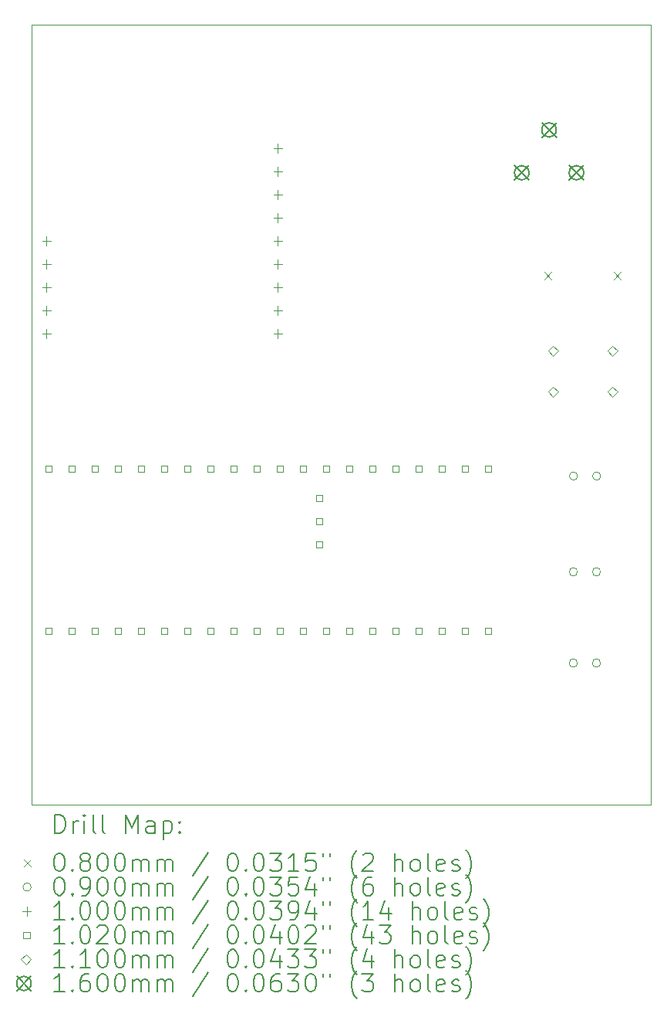
<source format=gbr>
%TF.GenerationSoftware,KiCad,Pcbnew,9.0.0*%
%TF.CreationDate,2025-05-15T15:19:50-04:00*%
%TF.ProjectId,blood_pressure,626c6f6f-645f-4707-9265-73737572652e,rev?*%
%TF.SameCoordinates,Original*%
%TF.FileFunction,Drillmap*%
%TF.FilePolarity,Positive*%
%FSLAX45Y45*%
G04 Gerber Fmt 4.5, Leading zero omitted, Abs format (unit mm)*
G04 Created by KiCad (PCBNEW 9.0.0) date 2025-05-15 15:19:50*
%MOMM*%
%LPD*%
G01*
G04 APERTURE LIST*
%ADD10C,0.050000*%
%ADD11C,0.200000*%
%ADD12C,0.100000*%
%ADD13C,0.102000*%
%ADD14C,0.110000*%
%ADD15C,0.160000*%
G04 APERTURE END LIST*
D10*
X10596000Y-2250000D02*
X10596000Y-10800000D01*
X10596000Y-2250000D02*
X17400000Y-2250000D01*
X17400000Y-10800000D02*
X17400000Y-2250000D01*
X10596000Y-10800000D02*
X17400000Y-10800000D01*
D11*
D12*
X16228500Y-4965250D02*
X16308500Y-5045250D01*
X16308500Y-4965250D02*
X16228500Y-5045250D01*
X16990500Y-4965250D02*
X17070500Y-5045250D01*
X17070500Y-4965250D02*
X16990500Y-5045250D01*
X16591000Y-8250000D02*
G75*
G02*
X16501000Y-8250000I-45000J0D01*
G01*
X16501000Y-8250000D02*
G75*
G02*
X16591000Y-8250000I45000J0D01*
G01*
X16591000Y-9250000D02*
G75*
G02*
X16501000Y-9250000I-45000J0D01*
G01*
X16501000Y-9250000D02*
G75*
G02*
X16591000Y-9250000I45000J0D01*
G01*
X16592500Y-7200000D02*
G75*
G02*
X16502500Y-7200000I-45000J0D01*
G01*
X16502500Y-7200000D02*
G75*
G02*
X16592500Y-7200000I45000J0D01*
G01*
X16845000Y-8250000D02*
G75*
G02*
X16755000Y-8250000I-45000J0D01*
G01*
X16755000Y-8250000D02*
G75*
G02*
X16845000Y-8250000I45000J0D01*
G01*
X16845000Y-9250000D02*
G75*
G02*
X16755000Y-9250000I-45000J0D01*
G01*
X16755000Y-9250000D02*
G75*
G02*
X16845000Y-9250000I45000J0D01*
G01*
X16846500Y-7200000D02*
G75*
G02*
X16756500Y-7200000I-45000J0D01*
G01*
X16756500Y-7200000D02*
G75*
G02*
X16846500Y-7200000I45000J0D01*
G01*
X10762500Y-4575400D02*
X10762500Y-4675400D01*
X10712500Y-4625400D02*
X10812500Y-4625400D01*
X10762500Y-4829400D02*
X10762500Y-4929400D01*
X10712500Y-4879400D02*
X10812500Y-4879400D01*
X10762500Y-5083400D02*
X10762500Y-5183400D01*
X10712500Y-5133400D02*
X10812500Y-5133400D01*
X10762500Y-5337400D02*
X10762500Y-5437400D01*
X10712500Y-5387400D02*
X10812500Y-5387400D01*
X10762500Y-5591400D02*
X10762500Y-5691400D01*
X10712500Y-5641400D02*
X10812500Y-5641400D01*
X13302500Y-3559400D02*
X13302500Y-3659400D01*
X13252500Y-3609400D02*
X13352500Y-3609400D01*
X13302500Y-3813400D02*
X13302500Y-3913400D01*
X13252500Y-3863400D02*
X13352500Y-3863400D01*
X13302500Y-4067400D02*
X13302500Y-4167400D01*
X13252500Y-4117400D02*
X13352500Y-4117400D01*
X13302500Y-4321400D02*
X13302500Y-4421400D01*
X13252500Y-4371400D02*
X13352500Y-4371400D01*
X13302500Y-4575400D02*
X13302500Y-4675400D01*
X13252500Y-4625400D02*
X13352500Y-4625400D01*
X13302500Y-4829400D02*
X13302500Y-4929400D01*
X13252500Y-4879400D02*
X13352500Y-4879400D01*
X13302500Y-5083400D02*
X13302500Y-5183400D01*
X13252500Y-5133400D02*
X13352500Y-5133400D01*
X13302500Y-5337400D02*
X13302500Y-5437400D01*
X13252500Y-5387400D02*
X13352500Y-5387400D01*
X13302500Y-5591400D02*
X13302500Y-5691400D01*
X13252500Y-5641400D02*
X13352500Y-5641400D01*
D13*
X10819063Y-7155473D02*
X10819063Y-7083347D01*
X10746937Y-7083347D01*
X10746937Y-7155473D01*
X10819063Y-7155473D01*
X10819063Y-8933473D02*
X10819063Y-8861347D01*
X10746937Y-8861347D01*
X10746937Y-8933473D01*
X10819063Y-8933473D01*
X11073063Y-7155473D02*
X11073063Y-7083347D01*
X11000937Y-7083347D01*
X11000937Y-7155473D01*
X11073063Y-7155473D01*
X11073063Y-8933473D02*
X11073063Y-8861347D01*
X11000937Y-8861347D01*
X11000937Y-8933473D01*
X11073063Y-8933473D01*
X11327063Y-7155473D02*
X11327063Y-7083347D01*
X11254937Y-7083347D01*
X11254937Y-7155473D01*
X11327063Y-7155473D01*
X11327063Y-8933473D02*
X11327063Y-8861347D01*
X11254937Y-8861347D01*
X11254937Y-8933473D01*
X11327063Y-8933473D01*
X11581063Y-7155473D02*
X11581063Y-7083347D01*
X11508937Y-7083347D01*
X11508937Y-7155473D01*
X11581063Y-7155473D01*
X11581063Y-8933473D02*
X11581063Y-8861347D01*
X11508937Y-8861347D01*
X11508937Y-8933473D01*
X11581063Y-8933473D01*
X11835063Y-7155473D02*
X11835063Y-7083347D01*
X11762937Y-7083347D01*
X11762937Y-7155473D01*
X11835063Y-7155473D01*
X11835063Y-8933473D02*
X11835063Y-8861347D01*
X11762937Y-8861347D01*
X11762937Y-8933473D01*
X11835063Y-8933473D01*
X12089063Y-7155473D02*
X12089063Y-7083347D01*
X12016937Y-7083347D01*
X12016937Y-7155473D01*
X12089063Y-7155473D01*
X12089063Y-8933473D02*
X12089063Y-8861347D01*
X12016937Y-8861347D01*
X12016937Y-8933473D01*
X12089063Y-8933473D01*
X12343063Y-7155473D02*
X12343063Y-7083347D01*
X12270937Y-7083347D01*
X12270937Y-7155473D01*
X12343063Y-7155473D01*
X12343063Y-8933473D02*
X12343063Y-8861347D01*
X12270937Y-8861347D01*
X12270937Y-8933473D01*
X12343063Y-8933473D01*
X12597063Y-7155473D02*
X12597063Y-7083347D01*
X12524937Y-7083347D01*
X12524937Y-7155473D01*
X12597063Y-7155473D01*
X12597063Y-8933473D02*
X12597063Y-8861347D01*
X12524937Y-8861347D01*
X12524937Y-8933473D01*
X12597063Y-8933473D01*
X12851063Y-7155473D02*
X12851063Y-7083347D01*
X12778937Y-7083347D01*
X12778937Y-7155473D01*
X12851063Y-7155473D01*
X12851063Y-8933473D02*
X12851063Y-8861347D01*
X12778937Y-8861347D01*
X12778937Y-8933473D01*
X12851063Y-8933473D01*
X13105063Y-7155473D02*
X13105063Y-7083347D01*
X13032937Y-7083347D01*
X13032937Y-7155473D01*
X13105063Y-7155473D01*
X13105063Y-8933473D02*
X13105063Y-8861347D01*
X13032937Y-8861347D01*
X13032937Y-8933473D01*
X13105063Y-8933473D01*
X13359063Y-7155473D02*
X13359063Y-7083347D01*
X13286937Y-7083347D01*
X13286937Y-7155473D01*
X13359063Y-7155473D01*
X13359063Y-8933473D02*
X13359063Y-8861347D01*
X13286937Y-8861347D01*
X13286937Y-8933473D01*
X13359063Y-8933473D01*
X13613063Y-7155473D02*
X13613063Y-7083347D01*
X13540937Y-7083347D01*
X13540937Y-7155473D01*
X13613063Y-7155473D01*
X13613063Y-8933473D02*
X13613063Y-8861347D01*
X13540937Y-8861347D01*
X13540937Y-8933473D01*
X13613063Y-8933473D01*
X13792063Y-7478063D02*
X13792063Y-7405937D01*
X13719937Y-7405937D01*
X13719937Y-7478063D01*
X13792063Y-7478063D01*
X13792063Y-7732063D02*
X13792063Y-7659937D01*
X13719937Y-7659937D01*
X13719937Y-7732063D01*
X13792063Y-7732063D01*
X13792063Y-7986063D02*
X13792063Y-7913937D01*
X13719937Y-7913937D01*
X13719937Y-7986063D01*
X13792063Y-7986063D01*
X13867063Y-7155473D02*
X13867063Y-7083347D01*
X13794937Y-7083347D01*
X13794937Y-7155473D01*
X13867063Y-7155473D01*
X13867063Y-8933473D02*
X13867063Y-8861347D01*
X13794937Y-8861347D01*
X13794937Y-8933473D01*
X13867063Y-8933473D01*
X14121063Y-7155473D02*
X14121063Y-7083347D01*
X14048937Y-7083347D01*
X14048937Y-7155473D01*
X14121063Y-7155473D01*
X14121063Y-8933473D02*
X14121063Y-8861347D01*
X14048937Y-8861347D01*
X14048937Y-8933473D01*
X14121063Y-8933473D01*
X14375063Y-7155473D02*
X14375063Y-7083347D01*
X14302937Y-7083347D01*
X14302937Y-7155473D01*
X14375063Y-7155473D01*
X14375063Y-8933473D02*
X14375063Y-8861347D01*
X14302937Y-8861347D01*
X14302937Y-8933473D01*
X14375063Y-8933473D01*
X14629063Y-7155473D02*
X14629063Y-7083347D01*
X14556937Y-7083347D01*
X14556937Y-7155473D01*
X14629063Y-7155473D01*
X14629063Y-8933473D02*
X14629063Y-8861347D01*
X14556937Y-8861347D01*
X14556937Y-8933473D01*
X14629063Y-8933473D01*
X14883063Y-7155473D02*
X14883063Y-7083347D01*
X14810937Y-7083347D01*
X14810937Y-7155473D01*
X14883063Y-7155473D01*
X14883063Y-8933473D02*
X14883063Y-8861347D01*
X14810937Y-8861347D01*
X14810937Y-8933473D01*
X14883063Y-8933473D01*
X15137063Y-7155473D02*
X15137063Y-7083347D01*
X15064937Y-7083347D01*
X15064937Y-7155473D01*
X15137063Y-7155473D01*
X15137063Y-8933473D02*
X15137063Y-8861347D01*
X15064937Y-8861347D01*
X15064937Y-8933473D01*
X15137063Y-8933473D01*
X15391063Y-7155473D02*
X15391063Y-7083347D01*
X15318937Y-7083347D01*
X15318937Y-7155473D01*
X15391063Y-7155473D01*
X15391063Y-8933473D02*
X15391063Y-8861347D01*
X15318937Y-8861347D01*
X15318937Y-8933473D01*
X15391063Y-8933473D01*
X15645063Y-7155473D02*
X15645063Y-7083347D01*
X15572937Y-7083347D01*
X15572937Y-7155473D01*
X15645063Y-7155473D01*
X15645063Y-8933473D02*
X15645063Y-8861347D01*
X15572937Y-8861347D01*
X15572937Y-8933473D01*
X15645063Y-8933473D01*
D14*
X16325000Y-5880000D02*
X16380000Y-5825000D01*
X16325000Y-5770000D01*
X16270000Y-5825000D01*
X16325000Y-5880000D01*
X16325000Y-6330000D02*
X16380000Y-6275000D01*
X16325000Y-6220000D01*
X16270000Y-6275000D01*
X16325000Y-6330000D01*
X16975000Y-5880000D02*
X17030000Y-5825000D01*
X16975000Y-5770000D01*
X16920000Y-5825000D01*
X16975000Y-5880000D01*
X16975000Y-6330000D02*
X17030000Y-6275000D01*
X16975000Y-6220000D01*
X16920000Y-6275000D01*
X16975000Y-6330000D01*
D15*
X15900000Y-3795000D02*
X16060000Y-3955000D01*
X16060000Y-3795000D02*
X15900000Y-3955000D01*
X16060000Y-3875000D02*
G75*
G02*
X15900000Y-3875000I-80000J0D01*
G01*
X15900000Y-3875000D02*
G75*
G02*
X16060000Y-3875000I80000J0D01*
G01*
X16200000Y-3325000D02*
X16360000Y-3485000D01*
X16360000Y-3325000D02*
X16200000Y-3485000D01*
X16360000Y-3405000D02*
G75*
G02*
X16200000Y-3405000I-80000J0D01*
G01*
X16200000Y-3405000D02*
G75*
G02*
X16360000Y-3405000I80000J0D01*
G01*
X16500000Y-3795000D02*
X16660000Y-3955000D01*
X16660000Y-3795000D02*
X16500000Y-3955000D01*
X16660000Y-3875000D02*
G75*
G02*
X16500000Y-3875000I-80000J0D01*
G01*
X16500000Y-3875000D02*
G75*
G02*
X16660000Y-3875000I80000J0D01*
G01*
D11*
X10854277Y-11113984D02*
X10854277Y-10913984D01*
X10854277Y-10913984D02*
X10901896Y-10913984D01*
X10901896Y-10913984D02*
X10930467Y-10923508D01*
X10930467Y-10923508D02*
X10949515Y-10942555D01*
X10949515Y-10942555D02*
X10959039Y-10961603D01*
X10959039Y-10961603D02*
X10968563Y-10999698D01*
X10968563Y-10999698D02*
X10968563Y-11028270D01*
X10968563Y-11028270D02*
X10959039Y-11066365D01*
X10959039Y-11066365D02*
X10949515Y-11085412D01*
X10949515Y-11085412D02*
X10930467Y-11104460D01*
X10930467Y-11104460D02*
X10901896Y-11113984D01*
X10901896Y-11113984D02*
X10854277Y-11113984D01*
X11054277Y-11113984D02*
X11054277Y-10980650D01*
X11054277Y-11018746D02*
X11063801Y-10999698D01*
X11063801Y-10999698D02*
X11073324Y-10990174D01*
X11073324Y-10990174D02*
X11092372Y-10980650D01*
X11092372Y-10980650D02*
X11111420Y-10980650D01*
X11178086Y-11113984D02*
X11178086Y-10980650D01*
X11178086Y-10913984D02*
X11168563Y-10923508D01*
X11168563Y-10923508D02*
X11178086Y-10933031D01*
X11178086Y-10933031D02*
X11187610Y-10923508D01*
X11187610Y-10923508D02*
X11178086Y-10913984D01*
X11178086Y-10913984D02*
X11178086Y-10933031D01*
X11301896Y-11113984D02*
X11282848Y-11104460D01*
X11282848Y-11104460D02*
X11273324Y-11085412D01*
X11273324Y-11085412D02*
X11273324Y-10913984D01*
X11406658Y-11113984D02*
X11387610Y-11104460D01*
X11387610Y-11104460D02*
X11378086Y-11085412D01*
X11378086Y-11085412D02*
X11378086Y-10913984D01*
X11635229Y-11113984D02*
X11635229Y-10913984D01*
X11635229Y-10913984D02*
X11701896Y-11056841D01*
X11701896Y-11056841D02*
X11768562Y-10913984D01*
X11768562Y-10913984D02*
X11768562Y-11113984D01*
X11949515Y-11113984D02*
X11949515Y-11009222D01*
X11949515Y-11009222D02*
X11939991Y-10990174D01*
X11939991Y-10990174D02*
X11920943Y-10980650D01*
X11920943Y-10980650D02*
X11882848Y-10980650D01*
X11882848Y-10980650D02*
X11863801Y-10990174D01*
X11949515Y-11104460D02*
X11930467Y-11113984D01*
X11930467Y-11113984D02*
X11882848Y-11113984D01*
X11882848Y-11113984D02*
X11863801Y-11104460D01*
X11863801Y-11104460D02*
X11854277Y-11085412D01*
X11854277Y-11085412D02*
X11854277Y-11066365D01*
X11854277Y-11066365D02*
X11863801Y-11047317D01*
X11863801Y-11047317D02*
X11882848Y-11037793D01*
X11882848Y-11037793D02*
X11930467Y-11037793D01*
X11930467Y-11037793D02*
X11949515Y-11028270D01*
X12044753Y-10980650D02*
X12044753Y-11180650D01*
X12044753Y-10990174D02*
X12063801Y-10980650D01*
X12063801Y-10980650D02*
X12101896Y-10980650D01*
X12101896Y-10980650D02*
X12120943Y-10990174D01*
X12120943Y-10990174D02*
X12130467Y-10999698D01*
X12130467Y-10999698D02*
X12139991Y-11018746D01*
X12139991Y-11018746D02*
X12139991Y-11075889D01*
X12139991Y-11075889D02*
X12130467Y-11094936D01*
X12130467Y-11094936D02*
X12120943Y-11104460D01*
X12120943Y-11104460D02*
X12101896Y-11113984D01*
X12101896Y-11113984D02*
X12063801Y-11113984D01*
X12063801Y-11113984D02*
X12044753Y-11104460D01*
X12225705Y-11094936D02*
X12235229Y-11104460D01*
X12235229Y-11104460D02*
X12225705Y-11113984D01*
X12225705Y-11113984D02*
X12216182Y-11104460D01*
X12216182Y-11104460D02*
X12225705Y-11094936D01*
X12225705Y-11094936D02*
X12225705Y-11113984D01*
X12225705Y-10990174D02*
X12235229Y-10999698D01*
X12235229Y-10999698D02*
X12225705Y-11009222D01*
X12225705Y-11009222D02*
X12216182Y-10999698D01*
X12216182Y-10999698D02*
X12225705Y-10990174D01*
X12225705Y-10990174D02*
X12225705Y-11009222D01*
D12*
X10513500Y-11402500D02*
X10593500Y-11482500D01*
X10593500Y-11402500D02*
X10513500Y-11482500D01*
D11*
X10892372Y-11333984D02*
X10911420Y-11333984D01*
X10911420Y-11333984D02*
X10930467Y-11343508D01*
X10930467Y-11343508D02*
X10939991Y-11353031D01*
X10939991Y-11353031D02*
X10949515Y-11372079D01*
X10949515Y-11372079D02*
X10959039Y-11410174D01*
X10959039Y-11410174D02*
X10959039Y-11457793D01*
X10959039Y-11457793D02*
X10949515Y-11495888D01*
X10949515Y-11495888D02*
X10939991Y-11514936D01*
X10939991Y-11514936D02*
X10930467Y-11524460D01*
X10930467Y-11524460D02*
X10911420Y-11533984D01*
X10911420Y-11533984D02*
X10892372Y-11533984D01*
X10892372Y-11533984D02*
X10873324Y-11524460D01*
X10873324Y-11524460D02*
X10863801Y-11514936D01*
X10863801Y-11514936D02*
X10854277Y-11495888D01*
X10854277Y-11495888D02*
X10844753Y-11457793D01*
X10844753Y-11457793D02*
X10844753Y-11410174D01*
X10844753Y-11410174D02*
X10854277Y-11372079D01*
X10854277Y-11372079D02*
X10863801Y-11353031D01*
X10863801Y-11353031D02*
X10873324Y-11343508D01*
X10873324Y-11343508D02*
X10892372Y-11333984D01*
X11044753Y-11514936D02*
X11054277Y-11524460D01*
X11054277Y-11524460D02*
X11044753Y-11533984D01*
X11044753Y-11533984D02*
X11035229Y-11524460D01*
X11035229Y-11524460D02*
X11044753Y-11514936D01*
X11044753Y-11514936D02*
X11044753Y-11533984D01*
X11168563Y-11419698D02*
X11149515Y-11410174D01*
X11149515Y-11410174D02*
X11139991Y-11400650D01*
X11139991Y-11400650D02*
X11130467Y-11381603D01*
X11130467Y-11381603D02*
X11130467Y-11372079D01*
X11130467Y-11372079D02*
X11139991Y-11353031D01*
X11139991Y-11353031D02*
X11149515Y-11343508D01*
X11149515Y-11343508D02*
X11168563Y-11333984D01*
X11168563Y-11333984D02*
X11206658Y-11333984D01*
X11206658Y-11333984D02*
X11225705Y-11343508D01*
X11225705Y-11343508D02*
X11235229Y-11353031D01*
X11235229Y-11353031D02*
X11244753Y-11372079D01*
X11244753Y-11372079D02*
X11244753Y-11381603D01*
X11244753Y-11381603D02*
X11235229Y-11400650D01*
X11235229Y-11400650D02*
X11225705Y-11410174D01*
X11225705Y-11410174D02*
X11206658Y-11419698D01*
X11206658Y-11419698D02*
X11168563Y-11419698D01*
X11168563Y-11419698D02*
X11149515Y-11429222D01*
X11149515Y-11429222D02*
X11139991Y-11438746D01*
X11139991Y-11438746D02*
X11130467Y-11457793D01*
X11130467Y-11457793D02*
X11130467Y-11495888D01*
X11130467Y-11495888D02*
X11139991Y-11514936D01*
X11139991Y-11514936D02*
X11149515Y-11524460D01*
X11149515Y-11524460D02*
X11168563Y-11533984D01*
X11168563Y-11533984D02*
X11206658Y-11533984D01*
X11206658Y-11533984D02*
X11225705Y-11524460D01*
X11225705Y-11524460D02*
X11235229Y-11514936D01*
X11235229Y-11514936D02*
X11244753Y-11495888D01*
X11244753Y-11495888D02*
X11244753Y-11457793D01*
X11244753Y-11457793D02*
X11235229Y-11438746D01*
X11235229Y-11438746D02*
X11225705Y-11429222D01*
X11225705Y-11429222D02*
X11206658Y-11419698D01*
X11368562Y-11333984D02*
X11387610Y-11333984D01*
X11387610Y-11333984D02*
X11406658Y-11343508D01*
X11406658Y-11343508D02*
X11416182Y-11353031D01*
X11416182Y-11353031D02*
X11425705Y-11372079D01*
X11425705Y-11372079D02*
X11435229Y-11410174D01*
X11435229Y-11410174D02*
X11435229Y-11457793D01*
X11435229Y-11457793D02*
X11425705Y-11495888D01*
X11425705Y-11495888D02*
X11416182Y-11514936D01*
X11416182Y-11514936D02*
X11406658Y-11524460D01*
X11406658Y-11524460D02*
X11387610Y-11533984D01*
X11387610Y-11533984D02*
X11368562Y-11533984D01*
X11368562Y-11533984D02*
X11349515Y-11524460D01*
X11349515Y-11524460D02*
X11339991Y-11514936D01*
X11339991Y-11514936D02*
X11330467Y-11495888D01*
X11330467Y-11495888D02*
X11320943Y-11457793D01*
X11320943Y-11457793D02*
X11320943Y-11410174D01*
X11320943Y-11410174D02*
X11330467Y-11372079D01*
X11330467Y-11372079D02*
X11339991Y-11353031D01*
X11339991Y-11353031D02*
X11349515Y-11343508D01*
X11349515Y-11343508D02*
X11368562Y-11333984D01*
X11559039Y-11333984D02*
X11578086Y-11333984D01*
X11578086Y-11333984D02*
X11597134Y-11343508D01*
X11597134Y-11343508D02*
X11606658Y-11353031D01*
X11606658Y-11353031D02*
X11616182Y-11372079D01*
X11616182Y-11372079D02*
X11625705Y-11410174D01*
X11625705Y-11410174D02*
X11625705Y-11457793D01*
X11625705Y-11457793D02*
X11616182Y-11495888D01*
X11616182Y-11495888D02*
X11606658Y-11514936D01*
X11606658Y-11514936D02*
X11597134Y-11524460D01*
X11597134Y-11524460D02*
X11578086Y-11533984D01*
X11578086Y-11533984D02*
X11559039Y-11533984D01*
X11559039Y-11533984D02*
X11539991Y-11524460D01*
X11539991Y-11524460D02*
X11530467Y-11514936D01*
X11530467Y-11514936D02*
X11520943Y-11495888D01*
X11520943Y-11495888D02*
X11511420Y-11457793D01*
X11511420Y-11457793D02*
X11511420Y-11410174D01*
X11511420Y-11410174D02*
X11520943Y-11372079D01*
X11520943Y-11372079D02*
X11530467Y-11353031D01*
X11530467Y-11353031D02*
X11539991Y-11343508D01*
X11539991Y-11343508D02*
X11559039Y-11333984D01*
X11711420Y-11533984D02*
X11711420Y-11400650D01*
X11711420Y-11419698D02*
X11720943Y-11410174D01*
X11720943Y-11410174D02*
X11739991Y-11400650D01*
X11739991Y-11400650D02*
X11768563Y-11400650D01*
X11768563Y-11400650D02*
X11787610Y-11410174D01*
X11787610Y-11410174D02*
X11797134Y-11429222D01*
X11797134Y-11429222D02*
X11797134Y-11533984D01*
X11797134Y-11429222D02*
X11806658Y-11410174D01*
X11806658Y-11410174D02*
X11825705Y-11400650D01*
X11825705Y-11400650D02*
X11854277Y-11400650D01*
X11854277Y-11400650D02*
X11873324Y-11410174D01*
X11873324Y-11410174D02*
X11882848Y-11429222D01*
X11882848Y-11429222D02*
X11882848Y-11533984D01*
X11978086Y-11533984D02*
X11978086Y-11400650D01*
X11978086Y-11419698D02*
X11987610Y-11410174D01*
X11987610Y-11410174D02*
X12006658Y-11400650D01*
X12006658Y-11400650D02*
X12035229Y-11400650D01*
X12035229Y-11400650D02*
X12054277Y-11410174D01*
X12054277Y-11410174D02*
X12063801Y-11429222D01*
X12063801Y-11429222D02*
X12063801Y-11533984D01*
X12063801Y-11429222D02*
X12073324Y-11410174D01*
X12073324Y-11410174D02*
X12092372Y-11400650D01*
X12092372Y-11400650D02*
X12120943Y-11400650D01*
X12120943Y-11400650D02*
X12139991Y-11410174D01*
X12139991Y-11410174D02*
X12149515Y-11429222D01*
X12149515Y-11429222D02*
X12149515Y-11533984D01*
X12539991Y-11324460D02*
X12368563Y-11581603D01*
X12797134Y-11333984D02*
X12816182Y-11333984D01*
X12816182Y-11333984D02*
X12835229Y-11343508D01*
X12835229Y-11343508D02*
X12844753Y-11353031D01*
X12844753Y-11353031D02*
X12854277Y-11372079D01*
X12854277Y-11372079D02*
X12863801Y-11410174D01*
X12863801Y-11410174D02*
X12863801Y-11457793D01*
X12863801Y-11457793D02*
X12854277Y-11495888D01*
X12854277Y-11495888D02*
X12844753Y-11514936D01*
X12844753Y-11514936D02*
X12835229Y-11524460D01*
X12835229Y-11524460D02*
X12816182Y-11533984D01*
X12816182Y-11533984D02*
X12797134Y-11533984D01*
X12797134Y-11533984D02*
X12778086Y-11524460D01*
X12778086Y-11524460D02*
X12768563Y-11514936D01*
X12768563Y-11514936D02*
X12759039Y-11495888D01*
X12759039Y-11495888D02*
X12749515Y-11457793D01*
X12749515Y-11457793D02*
X12749515Y-11410174D01*
X12749515Y-11410174D02*
X12759039Y-11372079D01*
X12759039Y-11372079D02*
X12768563Y-11353031D01*
X12768563Y-11353031D02*
X12778086Y-11343508D01*
X12778086Y-11343508D02*
X12797134Y-11333984D01*
X12949515Y-11514936D02*
X12959039Y-11524460D01*
X12959039Y-11524460D02*
X12949515Y-11533984D01*
X12949515Y-11533984D02*
X12939991Y-11524460D01*
X12939991Y-11524460D02*
X12949515Y-11514936D01*
X12949515Y-11514936D02*
X12949515Y-11533984D01*
X13082848Y-11333984D02*
X13101896Y-11333984D01*
X13101896Y-11333984D02*
X13120944Y-11343508D01*
X13120944Y-11343508D02*
X13130467Y-11353031D01*
X13130467Y-11353031D02*
X13139991Y-11372079D01*
X13139991Y-11372079D02*
X13149515Y-11410174D01*
X13149515Y-11410174D02*
X13149515Y-11457793D01*
X13149515Y-11457793D02*
X13139991Y-11495888D01*
X13139991Y-11495888D02*
X13130467Y-11514936D01*
X13130467Y-11514936D02*
X13120944Y-11524460D01*
X13120944Y-11524460D02*
X13101896Y-11533984D01*
X13101896Y-11533984D02*
X13082848Y-11533984D01*
X13082848Y-11533984D02*
X13063801Y-11524460D01*
X13063801Y-11524460D02*
X13054277Y-11514936D01*
X13054277Y-11514936D02*
X13044753Y-11495888D01*
X13044753Y-11495888D02*
X13035229Y-11457793D01*
X13035229Y-11457793D02*
X13035229Y-11410174D01*
X13035229Y-11410174D02*
X13044753Y-11372079D01*
X13044753Y-11372079D02*
X13054277Y-11353031D01*
X13054277Y-11353031D02*
X13063801Y-11343508D01*
X13063801Y-11343508D02*
X13082848Y-11333984D01*
X13216182Y-11333984D02*
X13339991Y-11333984D01*
X13339991Y-11333984D02*
X13273325Y-11410174D01*
X13273325Y-11410174D02*
X13301896Y-11410174D01*
X13301896Y-11410174D02*
X13320944Y-11419698D01*
X13320944Y-11419698D02*
X13330467Y-11429222D01*
X13330467Y-11429222D02*
X13339991Y-11448269D01*
X13339991Y-11448269D02*
X13339991Y-11495888D01*
X13339991Y-11495888D02*
X13330467Y-11514936D01*
X13330467Y-11514936D02*
X13320944Y-11524460D01*
X13320944Y-11524460D02*
X13301896Y-11533984D01*
X13301896Y-11533984D02*
X13244753Y-11533984D01*
X13244753Y-11533984D02*
X13225706Y-11524460D01*
X13225706Y-11524460D02*
X13216182Y-11514936D01*
X13530467Y-11533984D02*
X13416182Y-11533984D01*
X13473325Y-11533984D02*
X13473325Y-11333984D01*
X13473325Y-11333984D02*
X13454277Y-11362555D01*
X13454277Y-11362555D02*
X13435229Y-11381603D01*
X13435229Y-11381603D02*
X13416182Y-11391127D01*
X13711420Y-11333984D02*
X13616182Y-11333984D01*
X13616182Y-11333984D02*
X13606658Y-11429222D01*
X13606658Y-11429222D02*
X13616182Y-11419698D01*
X13616182Y-11419698D02*
X13635229Y-11410174D01*
X13635229Y-11410174D02*
X13682848Y-11410174D01*
X13682848Y-11410174D02*
X13701896Y-11419698D01*
X13701896Y-11419698D02*
X13711420Y-11429222D01*
X13711420Y-11429222D02*
X13720944Y-11448269D01*
X13720944Y-11448269D02*
X13720944Y-11495888D01*
X13720944Y-11495888D02*
X13711420Y-11514936D01*
X13711420Y-11514936D02*
X13701896Y-11524460D01*
X13701896Y-11524460D02*
X13682848Y-11533984D01*
X13682848Y-11533984D02*
X13635229Y-11533984D01*
X13635229Y-11533984D02*
X13616182Y-11524460D01*
X13616182Y-11524460D02*
X13606658Y-11514936D01*
X13797134Y-11333984D02*
X13797134Y-11372079D01*
X13873325Y-11333984D02*
X13873325Y-11372079D01*
X14168563Y-11610174D02*
X14159039Y-11600650D01*
X14159039Y-11600650D02*
X14139991Y-11572079D01*
X14139991Y-11572079D02*
X14130468Y-11553031D01*
X14130468Y-11553031D02*
X14120944Y-11524460D01*
X14120944Y-11524460D02*
X14111420Y-11476841D01*
X14111420Y-11476841D02*
X14111420Y-11438746D01*
X14111420Y-11438746D02*
X14120944Y-11391127D01*
X14120944Y-11391127D02*
X14130468Y-11362555D01*
X14130468Y-11362555D02*
X14139991Y-11343508D01*
X14139991Y-11343508D02*
X14159039Y-11314936D01*
X14159039Y-11314936D02*
X14168563Y-11305412D01*
X14235229Y-11353031D02*
X14244753Y-11343508D01*
X14244753Y-11343508D02*
X14263801Y-11333984D01*
X14263801Y-11333984D02*
X14311420Y-11333984D01*
X14311420Y-11333984D02*
X14330468Y-11343508D01*
X14330468Y-11343508D02*
X14339991Y-11353031D01*
X14339991Y-11353031D02*
X14349515Y-11372079D01*
X14349515Y-11372079D02*
X14349515Y-11391127D01*
X14349515Y-11391127D02*
X14339991Y-11419698D01*
X14339991Y-11419698D02*
X14225706Y-11533984D01*
X14225706Y-11533984D02*
X14349515Y-11533984D01*
X14587610Y-11533984D02*
X14587610Y-11333984D01*
X14673325Y-11533984D02*
X14673325Y-11429222D01*
X14673325Y-11429222D02*
X14663801Y-11410174D01*
X14663801Y-11410174D02*
X14644753Y-11400650D01*
X14644753Y-11400650D02*
X14616182Y-11400650D01*
X14616182Y-11400650D02*
X14597134Y-11410174D01*
X14597134Y-11410174D02*
X14587610Y-11419698D01*
X14797134Y-11533984D02*
X14778087Y-11524460D01*
X14778087Y-11524460D02*
X14768563Y-11514936D01*
X14768563Y-11514936D02*
X14759039Y-11495888D01*
X14759039Y-11495888D02*
X14759039Y-11438746D01*
X14759039Y-11438746D02*
X14768563Y-11419698D01*
X14768563Y-11419698D02*
X14778087Y-11410174D01*
X14778087Y-11410174D02*
X14797134Y-11400650D01*
X14797134Y-11400650D02*
X14825706Y-11400650D01*
X14825706Y-11400650D02*
X14844753Y-11410174D01*
X14844753Y-11410174D02*
X14854277Y-11419698D01*
X14854277Y-11419698D02*
X14863801Y-11438746D01*
X14863801Y-11438746D02*
X14863801Y-11495888D01*
X14863801Y-11495888D02*
X14854277Y-11514936D01*
X14854277Y-11514936D02*
X14844753Y-11524460D01*
X14844753Y-11524460D02*
X14825706Y-11533984D01*
X14825706Y-11533984D02*
X14797134Y-11533984D01*
X14978087Y-11533984D02*
X14959039Y-11524460D01*
X14959039Y-11524460D02*
X14949515Y-11505412D01*
X14949515Y-11505412D02*
X14949515Y-11333984D01*
X15130468Y-11524460D02*
X15111420Y-11533984D01*
X15111420Y-11533984D02*
X15073325Y-11533984D01*
X15073325Y-11533984D02*
X15054277Y-11524460D01*
X15054277Y-11524460D02*
X15044753Y-11505412D01*
X15044753Y-11505412D02*
X15044753Y-11429222D01*
X15044753Y-11429222D02*
X15054277Y-11410174D01*
X15054277Y-11410174D02*
X15073325Y-11400650D01*
X15073325Y-11400650D02*
X15111420Y-11400650D01*
X15111420Y-11400650D02*
X15130468Y-11410174D01*
X15130468Y-11410174D02*
X15139991Y-11429222D01*
X15139991Y-11429222D02*
X15139991Y-11448269D01*
X15139991Y-11448269D02*
X15044753Y-11467317D01*
X15216182Y-11524460D02*
X15235230Y-11533984D01*
X15235230Y-11533984D02*
X15273325Y-11533984D01*
X15273325Y-11533984D02*
X15292372Y-11524460D01*
X15292372Y-11524460D02*
X15301896Y-11505412D01*
X15301896Y-11505412D02*
X15301896Y-11495888D01*
X15301896Y-11495888D02*
X15292372Y-11476841D01*
X15292372Y-11476841D02*
X15273325Y-11467317D01*
X15273325Y-11467317D02*
X15244753Y-11467317D01*
X15244753Y-11467317D02*
X15225706Y-11457793D01*
X15225706Y-11457793D02*
X15216182Y-11438746D01*
X15216182Y-11438746D02*
X15216182Y-11429222D01*
X15216182Y-11429222D02*
X15225706Y-11410174D01*
X15225706Y-11410174D02*
X15244753Y-11400650D01*
X15244753Y-11400650D02*
X15273325Y-11400650D01*
X15273325Y-11400650D02*
X15292372Y-11410174D01*
X15368563Y-11610174D02*
X15378087Y-11600650D01*
X15378087Y-11600650D02*
X15397134Y-11572079D01*
X15397134Y-11572079D02*
X15406658Y-11553031D01*
X15406658Y-11553031D02*
X15416182Y-11524460D01*
X15416182Y-11524460D02*
X15425706Y-11476841D01*
X15425706Y-11476841D02*
X15425706Y-11438746D01*
X15425706Y-11438746D02*
X15416182Y-11391127D01*
X15416182Y-11391127D02*
X15406658Y-11362555D01*
X15406658Y-11362555D02*
X15397134Y-11343508D01*
X15397134Y-11343508D02*
X15378087Y-11314936D01*
X15378087Y-11314936D02*
X15368563Y-11305412D01*
D12*
X10593500Y-11706500D02*
G75*
G02*
X10503500Y-11706500I-45000J0D01*
G01*
X10503500Y-11706500D02*
G75*
G02*
X10593500Y-11706500I45000J0D01*
G01*
D11*
X10892372Y-11597984D02*
X10911420Y-11597984D01*
X10911420Y-11597984D02*
X10930467Y-11607508D01*
X10930467Y-11607508D02*
X10939991Y-11617031D01*
X10939991Y-11617031D02*
X10949515Y-11636079D01*
X10949515Y-11636079D02*
X10959039Y-11674174D01*
X10959039Y-11674174D02*
X10959039Y-11721793D01*
X10959039Y-11721793D02*
X10949515Y-11759888D01*
X10949515Y-11759888D02*
X10939991Y-11778936D01*
X10939991Y-11778936D02*
X10930467Y-11788460D01*
X10930467Y-11788460D02*
X10911420Y-11797984D01*
X10911420Y-11797984D02*
X10892372Y-11797984D01*
X10892372Y-11797984D02*
X10873324Y-11788460D01*
X10873324Y-11788460D02*
X10863801Y-11778936D01*
X10863801Y-11778936D02*
X10854277Y-11759888D01*
X10854277Y-11759888D02*
X10844753Y-11721793D01*
X10844753Y-11721793D02*
X10844753Y-11674174D01*
X10844753Y-11674174D02*
X10854277Y-11636079D01*
X10854277Y-11636079D02*
X10863801Y-11617031D01*
X10863801Y-11617031D02*
X10873324Y-11607508D01*
X10873324Y-11607508D02*
X10892372Y-11597984D01*
X11044753Y-11778936D02*
X11054277Y-11788460D01*
X11054277Y-11788460D02*
X11044753Y-11797984D01*
X11044753Y-11797984D02*
X11035229Y-11788460D01*
X11035229Y-11788460D02*
X11044753Y-11778936D01*
X11044753Y-11778936D02*
X11044753Y-11797984D01*
X11149515Y-11797984D02*
X11187610Y-11797984D01*
X11187610Y-11797984D02*
X11206658Y-11788460D01*
X11206658Y-11788460D02*
X11216182Y-11778936D01*
X11216182Y-11778936D02*
X11235229Y-11750365D01*
X11235229Y-11750365D02*
X11244753Y-11712269D01*
X11244753Y-11712269D02*
X11244753Y-11636079D01*
X11244753Y-11636079D02*
X11235229Y-11617031D01*
X11235229Y-11617031D02*
X11225705Y-11607508D01*
X11225705Y-11607508D02*
X11206658Y-11597984D01*
X11206658Y-11597984D02*
X11168563Y-11597984D01*
X11168563Y-11597984D02*
X11149515Y-11607508D01*
X11149515Y-11607508D02*
X11139991Y-11617031D01*
X11139991Y-11617031D02*
X11130467Y-11636079D01*
X11130467Y-11636079D02*
X11130467Y-11683698D01*
X11130467Y-11683698D02*
X11139991Y-11702746D01*
X11139991Y-11702746D02*
X11149515Y-11712269D01*
X11149515Y-11712269D02*
X11168563Y-11721793D01*
X11168563Y-11721793D02*
X11206658Y-11721793D01*
X11206658Y-11721793D02*
X11225705Y-11712269D01*
X11225705Y-11712269D02*
X11235229Y-11702746D01*
X11235229Y-11702746D02*
X11244753Y-11683698D01*
X11368562Y-11597984D02*
X11387610Y-11597984D01*
X11387610Y-11597984D02*
X11406658Y-11607508D01*
X11406658Y-11607508D02*
X11416182Y-11617031D01*
X11416182Y-11617031D02*
X11425705Y-11636079D01*
X11425705Y-11636079D02*
X11435229Y-11674174D01*
X11435229Y-11674174D02*
X11435229Y-11721793D01*
X11435229Y-11721793D02*
X11425705Y-11759888D01*
X11425705Y-11759888D02*
X11416182Y-11778936D01*
X11416182Y-11778936D02*
X11406658Y-11788460D01*
X11406658Y-11788460D02*
X11387610Y-11797984D01*
X11387610Y-11797984D02*
X11368562Y-11797984D01*
X11368562Y-11797984D02*
X11349515Y-11788460D01*
X11349515Y-11788460D02*
X11339991Y-11778936D01*
X11339991Y-11778936D02*
X11330467Y-11759888D01*
X11330467Y-11759888D02*
X11320943Y-11721793D01*
X11320943Y-11721793D02*
X11320943Y-11674174D01*
X11320943Y-11674174D02*
X11330467Y-11636079D01*
X11330467Y-11636079D02*
X11339991Y-11617031D01*
X11339991Y-11617031D02*
X11349515Y-11607508D01*
X11349515Y-11607508D02*
X11368562Y-11597984D01*
X11559039Y-11597984D02*
X11578086Y-11597984D01*
X11578086Y-11597984D02*
X11597134Y-11607508D01*
X11597134Y-11607508D02*
X11606658Y-11617031D01*
X11606658Y-11617031D02*
X11616182Y-11636079D01*
X11616182Y-11636079D02*
X11625705Y-11674174D01*
X11625705Y-11674174D02*
X11625705Y-11721793D01*
X11625705Y-11721793D02*
X11616182Y-11759888D01*
X11616182Y-11759888D02*
X11606658Y-11778936D01*
X11606658Y-11778936D02*
X11597134Y-11788460D01*
X11597134Y-11788460D02*
X11578086Y-11797984D01*
X11578086Y-11797984D02*
X11559039Y-11797984D01*
X11559039Y-11797984D02*
X11539991Y-11788460D01*
X11539991Y-11788460D02*
X11530467Y-11778936D01*
X11530467Y-11778936D02*
X11520943Y-11759888D01*
X11520943Y-11759888D02*
X11511420Y-11721793D01*
X11511420Y-11721793D02*
X11511420Y-11674174D01*
X11511420Y-11674174D02*
X11520943Y-11636079D01*
X11520943Y-11636079D02*
X11530467Y-11617031D01*
X11530467Y-11617031D02*
X11539991Y-11607508D01*
X11539991Y-11607508D02*
X11559039Y-11597984D01*
X11711420Y-11797984D02*
X11711420Y-11664650D01*
X11711420Y-11683698D02*
X11720943Y-11674174D01*
X11720943Y-11674174D02*
X11739991Y-11664650D01*
X11739991Y-11664650D02*
X11768563Y-11664650D01*
X11768563Y-11664650D02*
X11787610Y-11674174D01*
X11787610Y-11674174D02*
X11797134Y-11693222D01*
X11797134Y-11693222D02*
X11797134Y-11797984D01*
X11797134Y-11693222D02*
X11806658Y-11674174D01*
X11806658Y-11674174D02*
X11825705Y-11664650D01*
X11825705Y-11664650D02*
X11854277Y-11664650D01*
X11854277Y-11664650D02*
X11873324Y-11674174D01*
X11873324Y-11674174D02*
X11882848Y-11693222D01*
X11882848Y-11693222D02*
X11882848Y-11797984D01*
X11978086Y-11797984D02*
X11978086Y-11664650D01*
X11978086Y-11683698D02*
X11987610Y-11674174D01*
X11987610Y-11674174D02*
X12006658Y-11664650D01*
X12006658Y-11664650D02*
X12035229Y-11664650D01*
X12035229Y-11664650D02*
X12054277Y-11674174D01*
X12054277Y-11674174D02*
X12063801Y-11693222D01*
X12063801Y-11693222D02*
X12063801Y-11797984D01*
X12063801Y-11693222D02*
X12073324Y-11674174D01*
X12073324Y-11674174D02*
X12092372Y-11664650D01*
X12092372Y-11664650D02*
X12120943Y-11664650D01*
X12120943Y-11664650D02*
X12139991Y-11674174D01*
X12139991Y-11674174D02*
X12149515Y-11693222D01*
X12149515Y-11693222D02*
X12149515Y-11797984D01*
X12539991Y-11588460D02*
X12368563Y-11845603D01*
X12797134Y-11597984D02*
X12816182Y-11597984D01*
X12816182Y-11597984D02*
X12835229Y-11607508D01*
X12835229Y-11607508D02*
X12844753Y-11617031D01*
X12844753Y-11617031D02*
X12854277Y-11636079D01*
X12854277Y-11636079D02*
X12863801Y-11674174D01*
X12863801Y-11674174D02*
X12863801Y-11721793D01*
X12863801Y-11721793D02*
X12854277Y-11759888D01*
X12854277Y-11759888D02*
X12844753Y-11778936D01*
X12844753Y-11778936D02*
X12835229Y-11788460D01*
X12835229Y-11788460D02*
X12816182Y-11797984D01*
X12816182Y-11797984D02*
X12797134Y-11797984D01*
X12797134Y-11797984D02*
X12778086Y-11788460D01*
X12778086Y-11788460D02*
X12768563Y-11778936D01*
X12768563Y-11778936D02*
X12759039Y-11759888D01*
X12759039Y-11759888D02*
X12749515Y-11721793D01*
X12749515Y-11721793D02*
X12749515Y-11674174D01*
X12749515Y-11674174D02*
X12759039Y-11636079D01*
X12759039Y-11636079D02*
X12768563Y-11617031D01*
X12768563Y-11617031D02*
X12778086Y-11607508D01*
X12778086Y-11607508D02*
X12797134Y-11597984D01*
X12949515Y-11778936D02*
X12959039Y-11788460D01*
X12959039Y-11788460D02*
X12949515Y-11797984D01*
X12949515Y-11797984D02*
X12939991Y-11788460D01*
X12939991Y-11788460D02*
X12949515Y-11778936D01*
X12949515Y-11778936D02*
X12949515Y-11797984D01*
X13082848Y-11597984D02*
X13101896Y-11597984D01*
X13101896Y-11597984D02*
X13120944Y-11607508D01*
X13120944Y-11607508D02*
X13130467Y-11617031D01*
X13130467Y-11617031D02*
X13139991Y-11636079D01*
X13139991Y-11636079D02*
X13149515Y-11674174D01*
X13149515Y-11674174D02*
X13149515Y-11721793D01*
X13149515Y-11721793D02*
X13139991Y-11759888D01*
X13139991Y-11759888D02*
X13130467Y-11778936D01*
X13130467Y-11778936D02*
X13120944Y-11788460D01*
X13120944Y-11788460D02*
X13101896Y-11797984D01*
X13101896Y-11797984D02*
X13082848Y-11797984D01*
X13082848Y-11797984D02*
X13063801Y-11788460D01*
X13063801Y-11788460D02*
X13054277Y-11778936D01*
X13054277Y-11778936D02*
X13044753Y-11759888D01*
X13044753Y-11759888D02*
X13035229Y-11721793D01*
X13035229Y-11721793D02*
X13035229Y-11674174D01*
X13035229Y-11674174D02*
X13044753Y-11636079D01*
X13044753Y-11636079D02*
X13054277Y-11617031D01*
X13054277Y-11617031D02*
X13063801Y-11607508D01*
X13063801Y-11607508D02*
X13082848Y-11597984D01*
X13216182Y-11597984D02*
X13339991Y-11597984D01*
X13339991Y-11597984D02*
X13273325Y-11674174D01*
X13273325Y-11674174D02*
X13301896Y-11674174D01*
X13301896Y-11674174D02*
X13320944Y-11683698D01*
X13320944Y-11683698D02*
X13330467Y-11693222D01*
X13330467Y-11693222D02*
X13339991Y-11712269D01*
X13339991Y-11712269D02*
X13339991Y-11759888D01*
X13339991Y-11759888D02*
X13330467Y-11778936D01*
X13330467Y-11778936D02*
X13320944Y-11788460D01*
X13320944Y-11788460D02*
X13301896Y-11797984D01*
X13301896Y-11797984D02*
X13244753Y-11797984D01*
X13244753Y-11797984D02*
X13225706Y-11788460D01*
X13225706Y-11788460D02*
X13216182Y-11778936D01*
X13520944Y-11597984D02*
X13425706Y-11597984D01*
X13425706Y-11597984D02*
X13416182Y-11693222D01*
X13416182Y-11693222D02*
X13425706Y-11683698D01*
X13425706Y-11683698D02*
X13444753Y-11674174D01*
X13444753Y-11674174D02*
X13492372Y-11674174D01*
X13492372Y-11674174D02*
X13511420Y-11683698D01*
X13511420Y-11683698D02*
X13520944Y-11693222D01*
X13520944Y-11693222D02*
X13530467Y-11712269D01*
X13530467Y-11712269D02*
X13530467Y-11759888D01*
X13530467Y-11759888D02*
X13520944Y-11778936D01*
X13520944Y-11778936D02*
X13511420Y-11788460D01*
X13511420Y-11788460D02*
X13492372Y-11797984D01*
X13492372Y-11797984D02*
X13444753Y-11797984D01*
X13444753Y-11797984D02*
X13425706Y-11788460D01*
X13425706Y-11788460D02*
X13416182Y-11778936D01*
X13701896Y-11664650D02*
X13701896Y-11797984D01*
X13654277Y-11588460D02*
X13606658Y-11731317D01*
X13606658Y-11731317D02*
X13730467Y-11731317D01*
X13797134Y-11597984D02*
X13797134Y-11636079D01*
X13873325Y-11597984D02*
X13873325Y-11636079D01*
X14168563Y-11874174D02*
X14159039Y-11864650D01*
X14159039Y-11864650D02*
X14139991Y-11836079D01*
X14139991Y-11836079D02*
X14130468Y-11817031D01*
X14130468Y-11817031D02*
X14120944Y-11788460D01*
X14120944Y-11788460D02*
X14111420Y-11740841D01*
X14111420Y-11740841D02*
X14111420Y-11702746D01*
X14111420Y-11702746D02*
X14120944Y-11655127D01*
X14120944Y-11655127D02*
X14130468Y-11626555D01*
X14130468Y-11626555D02*
X14139991Y-11607508D01*
X14139991Y-11607508D02*
X14159039Y-11578936D01*
X14159039Y-11578936D02*
X14168563Y-11569412D01*
X14330468Y-11597984D02*
X14292372Y-11597984D01*
X14292372Y-11597984D02*
X14273325Y-11607508D01*
X14273325Y-11607508D02*
X14263801Y-11617031D01*
X14263801Y-11617031D02*
X14244753Y-11645603D01*
X14244753Y-11645603D02*
X14235229Y-11683698D01*
X14235229Y-11683698D02*
X14235229Y-11759888D01*
X14235229Y-11759888D02*
X14244753Y-11778936D01*
X14244753Y-11778936D02*
X14254277Y-11788460D01*
X14254277Y-11788460D02*
X14273325Y-11797984D01*
X14273325Y-11797984D02*
X14311420Y-11797984D01*
X14311420Y-11797984D02*
X14330468Y-11788460D01*
X14330468Y-11788460D02*
X14339991Y-11778936D01*
X14339991Y-11778936D02*
X14349515Y-11759888D01*
X14349515Y-11759888D02*
X14349515Y-11712269D01*
X14349515Y-11712269D02*
X14339991Y-11693222D01*
X14339991Y-11693222D02*
X14330468Y-11683698D01*
X14330468Y-11683698D02*
X14311420Y-11674174D01*
X14311420Y-11674174D02*
X14273325Y-11674174D01*
X14273325Y-11674174D02*
X14254277Y-11683698D01*
X14254277Y-11683698D02*
X14244753Y-11693222D01*
X14244753Y-11693222D02*
X14235229Y-11712269D01*
X14587610Y-11797984D02*
X14587610Y-11597984D01*
X14673325Y-11797984D02*
X14673325Y-11693222D01*
X14673325Y-11693222D02*
X14663801Y-11674174D01*
X14663801Y-11674174D02*
X14644753Y-11664650D01*
X14644753Y-11664650D02*
X14616182Y-11664650D01*
X14616182Y-11664650D02*
X14597134Y-11674174D01*
X14597134Y-11674174D02*
X14587610Y-11683698D01*
X14797134Y-11797984D02*
X14778087Y-11788460D01*
X14778087Y-11788460D02*
X14768563Y-11778936D01*
X14768563Y-11778936D02*
X14759039Y-11759888D01*
X14759039Y-11759888D02*
X14759039Y-11702746D01*
X14759039Y-11702746D02*
X14768563Y-11683698D01*
X14768563Y-11683698D02*
X14778087Y-11674174D01*
X14778087Y-11674174D02*
X14797134Y-11664650D01*
X14797134Y-11664650D02*
X14825706Y-11664650D01*
X14825706Y-11664650D02*
X14844753Y-11674174D01*
X14844753Y-11674174D02*
X14854277Y-11683698D01*
X14854277Y-11683698D02*
X14863801Y-11702746D01*
X14863801Y-11702746D02*
X14863801Y-11759888D01*
X14863801Y-11759888D02*
X14854277Y-11778936D01*
X14854277Y-11778936D02*
X14844753Y-11788460D01*
X14844753Y-11788460D02*
X14825706Y-11797984D01*
X14825706Y-11797984D02*
X14797134Y-11797984D01*
X14978087Y-11797984D02*
X14959039Y-11788460D01*
X14959039Y-11788460D02*
X14949515Y-11769412D01*
X14949515Y-11769412D02*
X14949515Y-11597984D01*
X15130468Y-11788460D02*
X15111420Y-11797984D01*
X15111420Y-11797984D02*
X15073325Y-11797984D01*
X15073325Y-11797984D02*
X15054277Y-11788460D01*
X15054277Y-11788460D02*
X15044753Y-11769412D01*
X15044753Y-11769412D02*
X15044753Y-11693222D01*
X15044753Y-11693222D02*
X15054277Y-11674174D01*
X15054277Y-11674174D02*
X15073325Y-11664650D01*
X15073325Y-11664650D02*
X15111420Y-11664650D01*
X15111420Y-11664650D02*
X15130468Y-11674174D01*
X15130468Y-11674174D02*
X15139991Y-11693222D01*
X15139991Y-11693222D02*
X15139991Y-11712269D01*
X15139991Y-11712269D02*
X15044753Y-11731317D01*
X15216182Y-11788460D02*
X15235230Y-11797984D01*
X15235230Y-11797984D02*
X15273325Y-11797984D01*
X15273325Y-11797984D02*
X15292372Y-11788460D01*
X15292372Y-11788460D02*
X15301896Y-11769412D01*
X15301896Y-11769412D02*
X15301896Y-11759888D01*
X15301896Y-11759888D02*
X15292372Y-11740841D01*
X15292372Y-11740841D02*
X15273325Y-11731317D01*
X15273325Y-11731317D02*
X15244753Y-11731317D01*
X15244753Y-11731317D02*
X15225706Y-11721793D01*
X15225706Y-11721793D02*
X15216182Y-11702746D01*
X15216182Y-11702746D02*
X15216182Y-11693222D01*
X15216182Y-11693222D02*
X15225706Y-11674174D01*
X15225706Y-11674174D02*
X15244753Y-11664650D01*
X15244753Y-11664650D02*
X15273325Y-11664650D01*
X15273325Y-11664650D02*
X15292372Y-11674174D01*
X15368563Y-11874174D02*
X15378087Y-11864650D01*
X15378087Y-11864650D02*
X15397134Y-11836079D01*
X15397134Y-11836079D02*
X15406658Y-11817031D01*
X15406658Y-11817031D02*
X15416182Y-11788460D01*
X15416182Y-11788460D02*
X15425706Y-11740841D01*
X15425706Y-11740841D02*
X15425706Y-11702746D01*
X15425706Y-11702746D02*
X15416182Y-11655127D01*
X15416182Y-11655127D02*
X15406658Y-11626555D01*
X15406658Y-11626555D02*
X15397134Y-11607508D01*
X15397134Y-11607508D02*
X15378087Y-11578936D01*
X15378087Y-11578936D02*
X15368563Y-11569412D01*
D12*
X10543500Y-11920500D02*
X10543500Y-12020500D01*
X10493500Y-11970500D02*
X10593500Y-11970500D01*
D11*
X10959039Y-12061984D02*
X10844753Y-12061984D01*
X10901896Y-12061984D02*
X10901896Y-11861984D01*
X10901896Y-11861984D02*
X10882848Y-11890555D01*
X10882848Y-11890555D02*
X10863801Y-11909603D01*
X10863801Y-11909603D02*
X10844753Y-11919127D01*
X11044753Y-12042936D02*
X11054277Y-12052460D01*
X11054277Y-12052460D02*
X11044753Y-12061984D01*
X11044753Y-12061984D02*
X11035229Y-12052460D01*
X11035229Y-12052460D02*
X11044753Y-12042936D01*
X11044753Y-12042936D02*
X11044753Y-12061984D01*
X11178086Y-11861984D02*
X11197134Y-11861984D01*
X11197134Y-11861984D02*
X11216182Y-11871508D01*
X11216182Y-11871508D02*
X11225705Y-11881031D01*
X11225705Y-11881031D02*
X11235229Y-11900079D01*
X11235229Y-11900079D02*
X11244753Y-11938174D01*
X11244753Y-11938174D02*
X11244753Y-11985793D01*
X11244753Y-11985793D02*
X11235229Y-12023888D01*
X11235229Y-12023888D02*
X11225705Y-12042936D01*
X11225705Y-12042936D02*
X11216182Y-12052460D01*
X11216182Y-12052460D02*
X11197134Y-12061984D01*
X11197134Y-12061984D02*
X11178086Y-12061984D01*
X11178086Y-12061984D02*
X11159039Y-12052460D01*
X11159039Y-12052460D02*
X11149515Y-12042936D01*
X11149515Y-12042936D02*
X11139991Y-12023888D01*
X11139991Y-12023888D02*
X11130467Y-11985793D01*
X11130467Y-11985793D02*
X11130467Y-11938174D01*
X11130467Y-11938174D02*
X11139991Y-11900079D01*
X11139991Y-11900079D02*
X11149515Y-11881031D01*
X11149515Y-11881031D02*
X11159039Y-11871508D01*
X11159039Y-11871508D02*
X11178086Y-11861984D01*
X11368562Y-11861984D02*
X11387610Y-11861984D01*
X11387610Y-11861984D02*
X11406658Y-11871508D01*
X11406658Y-11871508D02*
X11416182Y-11881031D01*
X11416182Y-11881031D02*
X11425705Y-11900079D01*
X11425705Y-11900079D02*
X11435229Y-11938174D01*
X11435229Y-11938174D02*
X11435229Y-11985793D01*
X11435229Y-11985793D02*
X11425705Y-12023888D01*
X11425705Y-12023888D02*
X11416182Y-12042936D01*
X11416182Y-12042936D02*
X11406658Y-12052460D01*
X11406658Y-12052460D02*
X11387610Y-12061984D01*
X11387610Y-12061984D02*
X11368562Y-12061984D01*
X11368562Y-12061984D02*
X11349515Y-12052460D01*
X11349515Y-12052460D02*
X11339991Y-12042936D01*
X11339991Y-12042936D02*
X11330467Y-12023888D01*
X11330467Y-12023888D02*
X11320943Y-11985793D01*
X11320943Y-11985793D02*
X11320943Y-11938174D01*
X11320943Y-11938174D02*
X11330467Y-11900079D01*
X11330467Y-11900079D02*
X11339991Y-11881031D01*
X11339991Y-11881031D02*
X11349515Y-11871508D01*
X11349515Y-11871508D02*
X11368562Y-11861984D01*
X11559039Y-11861984D02*
X11578086Y-11861984D01*
X11578086Y-11861984D02*
X11597134Y-11871508D01*
X11597134Y-11871508D02*
X11606658Y-11881031D01*
X11606658Y-11881031D02*
X11616182Y-11900079D01*
X11616182Y-11900079D02*
X11625705Y-11938174D01*
X11625705Y-11938174D02*
X11625705Y-11985793D01*
X11625705Y-11985793D02*
X11616182Y-12023888D01*
X11616182Y-12023888D02*
X11606658Y-12042936D01*
X11606658Y-12042936D02*
X11597134Y-12052460D01*
X11597134Y-12052460D02*
X11578086Y-12061984D01*
X11578086Y-12061984D02*
X11559039Y-12061984D01*
X11559039Y-12061984D02*
X11539991Y-12052460D01*
X11539991Y-12052460D02*
X11530467Y-12042936D01*
X11530467Y-12042936D02*
X11520943Y-12023888D01*
X11520943Y-12023888D02*
X11511420Y-11985793D01*
X11511420Y-11985793D02*
X11511420Y-11938174D01*
X11511420Y-11938174D02*
X11520943Y-11900079D01*
X11520943Y-11900079D02*
X11530467Y-11881031D01*
X11530467Y-11881031D02*
X11539991Y-11871508D01*
X11539991Y-11871508D02*
X11559039Y-11861984D01*
X11711420Y-12061984D02*
X11711420Y-11928650D01*
X11711420Y-11947698D02*
X11720943Y-11938174D01*
X11720943Y-11938174D02*
X11739991Y-11928650D01*
X11739991Y-11928650D02*
X11768563Y-11928650D01*
X11768563Y-11928650D02*
X11787610Y-11938174D01*
X11787610Y-11938174D02*
X11797134Y-11957222D01*
X11797134Y-11957222D02*
X11797134Y-12061984D01*
X11797134Y-11957222D02*
X11806658Y-11938174D01*
X11806658Y-11938174D02*
X11825705Y-11928650D01*
X11825705Y-11928650D02*
X11854277Y-11928650D01*
X11854277Y-11928650D02*
X11873324Y-11938174D01*
X11873324Y-11938174D02*
X11882848Y-11957222D01*
X11882848Y-11957222D02*
X11882848Y-12061984D01*
X11978086Y-12061984D02*
X11978086Y-11928650D01*
X11978086Y-11947698D02*
X11987610Y-11938174D01*
X11987610Y-11938174D02*
X12006658Y-11928650D01*
X12006658Y-11928650D02*
X12035229Y-11928650D01*
X12035229Y-11928650D02*
X12054277Y-11938174D01*
X12054277Y-11938174D02*
X12063801Y-11957222D01*
X12063801Y-11957222D02*
X12063801Y-12061984D01*
X12063801Y-11957222D02*
X12073324Y-11938174D01*
X12073324Y-11938174D02*
X12092372Y-11928650D01*
X12092372Y-11928650D02*
X12120943Y-11928650D01*
X12120943Y-11928650D02*
X12139991Y-11938174D01*
X12139991Y-11938174D02*
X12149515Y-11957222D01*
X12149515Y-11957222D02*
X12149515Y-12061984D01*
X12539991Y-11852460D02*
X12368563Y-12109603D01*
X12797134Y-11861984D02*
X12816182Y-11861984D01*
X12816182Y-11861984D02*
X12835229Y-11871508D01*
X12835229Y-11871508D02*
X12844753Y-11881031D01*
X12844753Y-11881031D02*
X12854277Y-11900079D01*
X12854277Y-11900079D02*
X12863801Y-11938174D01*
X12863801Y-11938174D02*
X12863801Y-11985793D01*
X12863801Y-11985793D02*
X12854277Y-12023888D01*
X12854277Y-12023888D02*
X12844753Y-12042936D01*
X12844753Y-12042936D02*
X12835229Y-12052460D01*
X12835229Y-12052460D02*
X12816182Y-12061984D01*
X12816182Y-12061984D02*
X12797134Y-12061984D01*
X12797134Y-12061984D02*
X12778086Y-12052460D01*
X12778086Y-12052460D02*
X12768563Y-12042936D01*
X12768563Y-12042936D02*
X12759039Y-12023888D01*
X12759039Y-12023888D02*
X12749515Y-11985793D01*
X12749515Y-11985793D02*
X12749515Y-11938174D01*
X12749515Y-11938174D02*
X12759039Y-11900079D01*
X12759039Y-11900079D02*
X12768563Y-11881031D01*
X12768563Y-11881031D02*
X12778086Y-11871508D01*
X12778086Y-11871508D02*
X12797134Y-11861984D01*
X12949515Y-12042936D02*
X12959039Y-12052460D01*
X12959039Y-12052460D02*
X12949515Y-12061984D01*
X12949515Y-12061984D02*
X12939991Y-12052460D01*
X12939991Y-12052460D02*
X12949515Y-12042936D01*
X12949515Y-12042936D02*
X12949515Y-12061984D01*
X13082848Y-11861984D02*
X13101896Y-11861984D01*
X13101896Y-11861984D02*
X13120944Y-11871508D01*
X13120944Y-11871508D02*
X13130467Y-11881031D01*
X13130467Y-11881031D02*
X13139991Y-11900079D01*
X13139991Y-11900079D02*
X13149515Y-11938174D01*
X13149515Y-11938174D02*
X13149515Y-11985793D01*
X13149515Y-11985793D02*
X13139991Y-12023888D01*
X13139991Y-12023888D02*
X13130467Y-12042936D01*
X13130467Y-12042936D02*
X13120944Y-12052460D01*
X13120944Y-12052460D02*
X13101896Y-12061984D01*
X13101896Y-12061984D02*
X13082848Y-12061984D01*
X13082848Y-12061984D02*
X13063801Y-12052460D01*
X13063801Y-12052460D02*
X13054277Y-12042936D01*
X13054277Y-12042936D02*
X13044753Y-12023888D01*
X13044753Y-12023888D02*
X13035229Y-11985793D01*
X13035229Y-11985793D02*
X13035229Y-11938174D01*
X13035229Y-11938174D02*
X13044753Y-11900079D01*
X13044753Y-11900079D02*
X13054277Y-11881031D01*
X13054277Y-11881031D02*
X13063801Y-11871508D01*
X13063801Y-11871508D02*
X13082848Y-11861984D01*
X13216182Y-11861984D02*
X13339991Y-11861984D01*
X13339991Y-11861984D02*
X13273325Y-11938174D01*
X13273325Y-11938174D02*
X13301896Y-11938174D01*
X13301896Y-11938174D02*
X13320944Y-11947698D01*
X13320944Y-11947698D02*
X13330467Y-11957222D01*
X13330467Y-11957222D02*
X13339991Y-11976269D01*
X13339991Y-11976269D02*
X13339991Y-12023888D01*
X13339991Y-12023888D02*
X13330467Y-12042936D01*
X13330467Y-12042936D02*
X13320944Y-12052460D01*
X13320944Y-12052460D02*
X13301896Y-12061984D01*
X13301896Y-12061984D02*
X13244753Y-12061984D01*
X13244753Y-12061984D02*
X13225706Y-12052460D01*
X13225706Y-12052460D02*
X13216182Y-12042936D01*
X13435229Y-12061984D02*
X13473325Y-12061984D01*
X13473325Y-12061984D02*
X13492372Y-12052460D01*
X13492372Y-12052460D02*
X13501896Y-12042936D01*
X13501896Y-12042936D02*
X13520944Y-12014365D01*
X13520944Y-12014365D02*
X13530467Y-11976269D01*
X13530467Y-11976269D02*
X13530467Y-11900079D01*
X13530467Y-11900079D02*
X13520944Y-11881031D01*
X13520944Y-11881031D02*
X13511420Y-11871508D01*
X13511420Y-11871508D02*
X13492372Y-11861984D01*
X13492372Y-11861984D02*
X13454277Y-11861984D01*
X13454277Y-11861984D02*
X13435229Y-11871508D01*
X13435229Y-11871508D02*
X13425706Y-11881031D01*
X13425706Y-11881031D02*
X13416182Y-11900079D01*
X13416182Y-11900079D02*
X13416182Y-11947698D01*
X13416182Y-11947698D02*
X13425706Y-11966746D01*
X13425706Y-11966746D02*
X13435229Y-11976269D01*
X13435229Y-11976269D02*
X13454277Y-11985793D01*
X13454277Y-11985793D02*
X13492372Y-11985793D01*
X13492372Y-11985793D02*
X13511420Y-11976269D01*
X13511420Y-11976269D02*
X13520944Y-11966746D01*
X13520944Y-11966746D02*
X13530467Y-11947698D01*
X13701896Y-11928650D02*
X13701896Y-12061984D01*
X13654277Y-11852460D02*
X13606658Y-11995317D01*
X13606658Y-11995317D02*
X13730467Y-11995317D01*
X13797134Y-11861984D02*
X13797134Y-11900079D01*
X13873325Y-11861984D02*
X13873325Y-11900079D01*
X14168563Y-12138174D02*
X14159039Y-12128650D01*
X14159039Y-12128650D02*
X14139991Y-12100079D01*
X14139991Y-12100079D02*
X14130468Y-12081031D01*
X14130468Y-12081031D02*
X14120944Y-12052460D01*
X14120944Y-12052460D02*
X14111420Y-12004841D01*
X14111420Y-12004841D02*
X14111420Y-11966746D01*
X14111420Y-11966746D02*
X14120944Y-11919127D01*
X14120944Y-11919127D02*
X14130468Y-11890555D01*
X14130468Y-11890555D02*
X14139991Y-11871508D01*
X14139991Y-11871508D02*
X14159039Y-11842936D01*
X14159039Y-11842936D02*
X14168563Y-11833412D01*
X14349515Y-12061984D02*
X14235229Y-12061984D01*
X14292372Y-12061984D02*
X14292372Y-11861984D01*
X14292372Y-11861984D02*
X14273325Y-11890555D01*
X14273325Y-11890555D02*
X14254277Y-11909603D01*
X14254277Y-11909603D02*
X14235229Y-11919127D01*
X14520944Y-11928650D02*
X14520944Y-12061984D01*
X14473325Y-11852460D02*
X14425706Y-11995317D01*
X14425706Y-11995317D02*
X14549515Y-11995317D01*
X14778087Y-12061984D02*
X14778087Y-11861984D01*
X14863801Y-12061984D02*
X14863801Y-11957222D01*
X14863801Y-11957222D02*
X14854277Y-11938174D01*
X14854277Y-11938174D02*
X14835230Y-11928650D01*
X14835230Y-11928650D02*
X14806658Y-11928650D01*
X14806658Y-11928650D02*
X14787610Y-11938174D01*
X14787610Y-11938174D02*
X14778087Y-11947698D01*
X14987610Y-12061984D02*
X14968563Y-12052460D01*
X14968563Y-12052460D02*
X14959039Y-12042936D01*
X14959039Y-12042936D02*
X14949515Y-12023888D01*
X14949515Y-12023888D02*
X14949515Y-11966746D01*
X14949515Y-11966746D02*
X14959039Y-11947698D01*
X14959039Y-11947698D02*
X14968563Y-11938174D01*
X14968563Y-11938174D02*
X14987610Y-11928650D01*
X14987610Y-11928650D02*
X15016182Y-11928650D01*
X15016182Y-11928650D02*
X15035230Y-11938174D01*
X15035230Y-11938174D02*
X15044753Y-11947698D01*
X15044753Y-11947698D02*
X15054277Y-11966746D01*
X15054277Y-11966746D02*
X15054277Y-12023888D01*
X15054277Y-12023888D02*
X15044753Y-12042936D01*
X15044753Y-12042936D02*
X15035230Y-12052460D01*
X15035230Y-12052460D02*
X15016182Y-12061984D01*
X15016182Y-12061984D02*
X14987610Y-12061984D01*
X15168563Y-12061984D02*
X15149515Y-12052460D01*
X15149515Y-12052460D02*
X15139991Y-12033412D01*
X15139991Y-12033412D02*
X15139991Y-11861984D01*
X15320944Y-12052460D02*
X15301896Y-12061984D01*
X15301896Y-12061984D02*
X15263801Y-12061984D01*
X15263801Y-12061984D02*
X15244753Y-12052460D01*
X15244753Y-12052460D02*
X15235230Y-12033412D01*
X15235230Y-12033412D02*
X15235230Y-11957222D01*
X15235230Y-11957222D02*
X15244753Y-11938174D01*
X15244753Y-11938174D02*
X15263801Y-11928650D01*
X15263801Y-11928650D02*
X15301896Y-11928650D01*
X15301896Y-11928650D02*
X15320944Y-11938174D01*
X15320944Y-11938174D02*
X15330468Y-11957222D01*
X15330468Y-11957222D02*
X15330468Y-11976269D01*
X15330468Y-11976269D02*
X15235230Y-11995317D01*
X15406658Y-12052460D02*
X15425706Y-12061984D01*
X15425706Y-12061984D02*
X15463801Y-12061984D01*
X15463801Y-12061984D02*
X15482849Y-12052460D01*
X15482849Y-12052460D02*
X15492372Y-12033412D01*
X15492372Y-12033412D02*
X15492372Y-12023888D01*
X15492372Y-12023888D02*
X15482849Y-12004841D01*
X15482849Y-12004841D02*
X15463801Y-11995317D01*
X15463801Y-11995317D02*
X15435230Y-11995317D01*
X15435230Y-11995317D02*
X15416182Y-11985793D01*
X15416182Y-11985793D02*
X15406658Y-11966746D01*
X15406658Y-11966746D02*
X15406658Y-11957222D01*
X15406658Y-11957222D02*
X15416182Y-11938174D01*
X15416182Y-11938174D02*
X15435230Y-11928650D01*
X15435230Y-11928650D02*
X15463801Y-11928650D01*
X15463801Y-11928650D02*
X15482849Y-11938174D01*
X15559039Y-12138174D02*
X15568563Y-12128650D01*
X15568563Y-12128650D02*
X15587611Y-12100079D01*
X15587611Y-12100079D02*
X15597134Y-12081031D01*
X15597134Y-12081031D02*
X15606658Y-12052460D01*
X15606658Y-12052460D02*
X15616182Y-12004841D01*
X15616182Y-12004841D02*
X15616182Y-11966746D01*
X15616182Y-11966746D02*
X15606658Y-11919127D01*
X15606658Y-11919127D02*
X15597134Y-11890555D01*
X15597134Y-11890555D02*
X15587611Y-11871508D01*
X15587611Y-11871508D02*
X15568563Y-11842936D01*
X15568563Y-11842936D02*
X15559039Y-11833412D01*
D13*
X10578563Y-12270563D02*
X10578563Y-12198437D01*
X10506437Y-12198437D01*
X10506437Y-12270563D01*
X10578563Y-12270563D01*
D11*
X10959039Y-12325984D02*
X10844753Y-12325984D01*
X10901896Y-12325984D02*
X10901896Y-12125984D01*
X10901896Y-12125984D02*
X10882848Y-12154555D01*
X10882848Y-12154555D02*
X10863801Y-12173603D01*
X10863801Y-12173603D02*
X10844753Y-12183127D01*
X11044753Y-12306936D02*
X11054277Y-12316460D01*
X11054277Y-12316460D02*
X11044753Y-12325984D01*
X11044753Y-12325984D02*
X11035229Y-12316460D01*
X11035229Y-12316460D02*
X11044753Y-12306936D01*
X11044753Y-12306936D02*
X11044753Y-12325984D01*
X11178086Y-12125984D02*
X11197134Y-12125984D01*
X11197134Y-12125984D02*
X11216182Y-12135508D01*
X11216182Y-12135508D02*
X11225705Y-12145031D01*
X11225705Y-12145031D02*
X11235229Y-12164079D01*
X11235229Y-12164079D02*
X11244753Y-12202174D01*
X11244753Y-12202174D02*
X11244753Y-12249793D01*
X11244753Y-12249793D02*
X11235229Y-12287888D01*
X11235229Y-12287888D02*
X11225705Y-12306936D01*
X11225705Y-12306936D02*
X11216182Y-12316460D01*
X11216182Y-12316460D02*
X11197134Y-12325984D01*
X11197134Y-12325984D02*
X11178086Y-12325984D01*
X11178086Y-12325984D02*
X11159039Y-12316460D01*
X11159039Y-12316460D02*
X11149515Y-12306936D01*
X11149515Y-12306936D02*
X11139991Y-12287888D01*
X11139991Y-12287888D02*
X11130467Y-12249793D01*
X11130467Y-12249793D02*
X11130467Y-12202174D01*
X11130467Y-12202174D02*
X11139991Y-12164079D01*
X11139991Y-12164079D02*
X11149515Y-12145031D01*
X11149515Y-12145031D02*
X11159039Y-12135508D01*
X11159039Y-12135508D02*
X11178086Y-12125984D01*
X11320943Y-12145031D02*
X11330467Y-12135508D01*
X11330467Y-12135508D02*
X11349515Y-12125984D01*
X11349515Y-12125984D02*
X11397134Y-12125984D01*
X11397134Y-12125984D02*
X11416182Y-12135508D01*
X11416182Y-12135508D02*
X11425705Y-12145031D01*
X11425705Y-12145031D02*
X11435229Y-12164079D01*
X11435229Y-12164079D02*
X11435229Y-12183127D01*
X11435229Y-12183127D02*
X11425705Y-12211698D01*
X11425705Y-12211698D02*
X11311420Y-12325984D01*
X11311420Y-12325984D02*
X11435229Y-12325984D01*
X11559039Y-12125984D02*
X11578086Y-12125984D01*
X11578086Y-12125984D02*
X11597134Y-12135508D01*
X11597134Y-12135508D02*
X11606658Y-12145031D01*
X11606658Y-12145031D02*
X11616182Y-12164079D01*
X11616182Y-12164079D02*
X11625705Y-12202174D01*
X11625705Y-12202174D02*
X11625705Y-12249793D01*
X11625705Y-12249793D02*
X11616182Y-12287888D01*
X11616182Y-12287888D02*
X11606658Y-12306936D01*
X11606658Y-12306936D02*
X11597134Y-12316460D01*
X11597134Y-12316460D02*
X11578086Y-12325984D01*
X11578086Y-12325984D02*
X11559039Y-12325984D01*
X11559039Y-12325984D02*
X11539991Y-12316460D01*
X11539991Y-12316460D02*
X11530467Y-12306936D01*
X11530467Y-12306936D02*
X11520943Y-12287888D01*
X11520943Y-12287888D02*
X11511420Y-12249793D01*
X11511420Y-12249793D02*
X11511420Y-12202174D01*
X11511420Y-12202174D02*
X11520943Y-12164079D01*
X11520943Y-12164079D02*
X11530467Y-12145031D01*
X11530467Y-12145031D02*
X11539991Y-12135508D01*
X11539991Y-12135508D02*
X11559039Y-12125984D01*
X11711420Y-12325984D02*
X11711420Y-12192650D01*
X11711420Y-12211698D02*
X11720943Y-12202174D01*
X11720943Y-12202174D02*
X11739991Y-12192650D01*
X11739991Y-12192650D02*
X11768563Y-12192650D01*
X11768563Y-12192650D02*
X11787610Y-12202174D01*
X11787610Y-12202174D02*
X11797134Y-12221222D01*
X11797134Y-12221222D02*
X11797134Y-12325984D01*
X11797134Y-12221222D02*
X11806658Y-12202174D01*
X11806658Y-12202174D02*
X11825705Y-12192650D01*
X11825705Y-12192650D02*
X11854277Y-12192650D01*
X11854277Y-12192650D02*
X11873324Y-12202174D01*
X11873324Y-12202174D02*
X11882848Y-12221222D01*
X11882848Y-12221222D02*
X11882848Y-12325984D01*
X11978086Y-12325984D02*
X11978086Y-12192650D01*
X11978086Y-12211698D02*
X11987610Y-12202174D01*
X11987610Y-12202174D02*
X12006658Y-12192650D01*
X12006658Y-12192650D02*
X12035229Y-12192650D01*
X12035229Y-12192650D02*
X12054277Y-12202174D01*
X12054277Y-12202174D02*
X12063801Y-12221222D01*
X12063801Y-12221222D02*
X12063801Y-12325984D01*
X12063801Y-12221222D02*
X12073324Y-12202174D01*
X12073324Y-12202174D02*
X12092372Y-12192650D01*
X12092372Y-12192650D02*
X12120943Y-12192650D01*
X12120943Y-12192650D02*
X12139991Y-12202174D01*
X12139991Y-12202174D02*
X12149515Y-12221222D01*
X12149515Y-12221222D02*
X12149515Y-12325984D01*
X12539991Y-12116460D02*
X12368563Y-12373603D01*
X12797134Y-12125984D02*
X12816182Y-12125984D01*
X12816182Y-12125984D02*
X12835229Y-12135508D01*
X12835229Y-12135508D02*
X12844753Y-12145031D01*
X12844753Y-12145031D02*
X12854277Y-12164079D01*
X12854277Y-12164079D02*
X12863801Y-12202174D01*
X12863801Y-12202174D02*
X12863801Y-12249793D01*
X12863801Y-12249793D02*
X12854277Y-12287888D01*
X12854277Y-12287888D02*
X12844753Y-12306936D01*
X12844753Y-12306936D02*
X12835229Y-12316460D01*
X12835229Y-12316460D02*
X12816182Y-12325984D01*
X12816182Y-12325984D02*
X12797134Y-12325984D01*
X12797134Y-12325984D02*
X12778086Y-12316460D01*
X12778086Y-12316460D02*
X12768563Y-12306936D01*
X12768563Y-12306936D02*
X12759039Y-12287888D01*
X12759039Y-12287888D02*
X12749515Y-12249793D01*
X12749515Y-12249793D02*
X12749515Y-12202174D01*
X12749515Y-12202174D02*
X12759039Y-12164079D01*
X12759039Y-12164079D02*
X12768563Y-12145031D01*
X12768563Y-12145031D02*
X12778086Y-12135508D01*
X12778086Y-12135508D02*
X12797134Y-12125984D01*
X12949515Y-12306936D02*
X12959039Y-12316460D01*
X12959039Y-12316460D02*
X12949515Y-12325984D01*
X12949515Y-12325984D02*
X12939991Y-12316460D01*
X12939991Y-12316460D02*
X12949515Y-12306936D01*
X12949515Y-12306936D02*
X12949515Y-12325984D01*
X13082848Y-12125984D02*
X13101896Y-12125984D01*
X13101896Y-12125984D02*
X13120944Y-12135508D01*
X13120944Y-12135508D02*
X13130467Y-12145031D01*
X13130467Y-12145031D02*
X13139991Y-12164079D01*
X13139991Y-12164079D02*
X13149515Y-12202174D01*
X13149515Y-12202174D02*
X13149515Y-12249793D01*
X13149515Y-12249793D02*
X13139991Y-12287888D01*
X13139991Y-12287888D02*
X13130467Y-12306936D01*
X13130467Y-12306936D02*
X13120944Y-12316460D01*
X13120944Y-12316460D02*
X13101896Y-12325984D01*
X13101896Y-12325984D02*
X13082848Y-12325984D01*
X13082848Y-12325984D02*
X13063801Y-12316460D01*
X13063801Y-12316460D02*
X13054277Y-12306936D01*
X13054277Y-12306936D02*
X13044753Y-12287888D01*
X13044753Y-12287888D02*
X13035229Y-12249793D01*
X13035229Y-12249793D02*
X13035229Y-12202174D01*
X13035229Y-12202174D02*
X13044753Y-12164079D01*
X13044753Y-12164079D02*
X13054277Y-12145031D01*
X13054277Y-12145031D02*
X13063801Y-12135508D01*
X13063801Y-12135508D02*
X13082848Y-12125984D01*
X13320944Y-12192650D02*
X13320944Y-12325984D01*
X13273325Y-12116460D02*
X13225706Y-12259317D01*
X13225706Y-12259317D02*
X13349515Y-12259317D01*
X13463801Y-12125984D02*
X13482848Y-12125984D01*
X13482848Y-12125984D02*
X13501896Y-12135508D01*
X13501896Y-12135508D02*
X13511420Y-12145031D01*
X13511420Y-12145031D02*
X13520944Y-12164079D01*
X13520944Y-12164079D02*
X13530467Y-12202174D01*
X13530467Y-12202174D02*
X13530467Y-12249793D01*
X13530467Y-12249793D02*
X13520944Y-12287888D01*
X13520944Y-12287888D02*
X13511420Y-12306936D01*
X13511420Y-12306936D02*
X13501896Y-12316460D01*
X13501896Y-12316460D02*
X13482848Y-12325984D01*
X13482848Y-12325984D02*
X13463801Y-12325984D01*
X13463801Y-12325984D02*
X13444753Y-12316460D01*
X13444753Y-12316460D02*
X13435229Y-12306936D01*
X13435229Y-12306936D02*
X13425706Y-12287888D01*
X13425706Y-12287888D02*
X13416182Y-12249793D01*
X13416182Y-12249793D02*
X13416182Y-12202174D01*
X13416182Y-12202174D02*
X13425706Y-12164079D01*
X13425706Y-12164079D02*
X13435229Y-12145031D01*
X13435229Y-12145031D02*
X13444753Y-12135508D01*
X13444753Y-12135508D02*
X13463801Y-12125984D01*
X13606658Y-12145031D02*
X13616182Y-12135508D01*
X13616182Y-12135508D02*
X13635229Y-12125984D01*
X13635229Y-12125984D02*
X13682848Y-12125984D01*
X13682848Y-12125984D02*
X13701896Y-12135508D01*
X13701896Y-12135508D02*
X13711420Y-12145031D01*
X13711420Y-12145031D02*
X13720944Y-12164079D01*
X13720944Y-12164079D02*
X13720944Y-12183127D01*
X13720944Y-12183127D02*
X13711420Y-12211698D01*
X13711420Y-12211698D02*
X13597134Y-12325984D01*
X13597134Y-12325984D02*
X13720944Y-12325984D01*
X13797134Y-12125984D02*
X13797134Y-12164079D01*
X13873325Y-12125984D02*
X13873325Y-12164079D01*
X14168563Y-12402174D02*
X14159039Y-12392650D01*
X14159039Y-12392650D02*
X14139991Y-12364079D01*
X14139991Y-12364079D02*
X14130468Y-12345031D01*
X14130468Y-12345031D02*
X14120944Y-12316460D01*
X14120944Y-12316460D02*
X14111420Y-12268841D01*
X14111420Y-12268841D02*
X14111420Y-12230746D01*
X14111420Y-12230746D02*
X14120944Y-12183127D01*
X14120944Y-12183127D02*
X14130468Y-12154555D01*
X14130468Y-12154555D02*
X14139991Y-12135508D01*
X14139991Y-12135508D02*
X14159039Y-12106936D01*
X14159039Y-12106936D02*
X14168563Y-12097412D01*
X14330468Y-12192650D02*
X14330468Y-12325984D01*
X14282848Y-12116460D02*
X14235229Y-12259317D01*
X14235229Y-12259317D02*
X14359039Y-12259317D01*
X14416182Y-12125984D02*
X14539991Y-12125984D01*
X14539991Y-12125984D02*
X14473325Y-12202174D01*
X14473325Y-12202174D02*
X14501896Y-12202174D01*
X14501896Y-12202174D02*
X14520944Y-12211698D01*
X14520944Y-12211698D02*
X14530468Y-12221222D01*
X14530468Y-12221222D02*
X14539991Y-12240269D01*
X14539991Y-12240269D02*
X14539991Y-12287888D01*
X14539991Y-12287888D02*
X14530468Y-12306936D01*
X14530468Y-12306936D02*
X14520944Y-12316460D01*
X14520944Y-12316460D02*
X14501896Y-12325984D01*
X14501896Y-12325984D02*
X14444753Y-12325984D01*
X14444753Y-12325984D02*
X14425706Y-12316460D01*
X14425706Y-12316460D02*
X14416182Y-12306936D01*
X14778087Y-12325984D02*
X14778087Y-12125984D01*
X14863801Y-12325984D02*
X14863801Y-12221222D01*
X14863801Y-12221222D02*
X14854277Y-12202174D01*
X14854277Y-12202174D02*
X14835230Y-12192650D01*
X14835230Y-12192650D02*
X14806658Y-12192650D01*
X14806658Y-12192650D02*
X14787610Y-12202174D01*
X14787610Y-12202174D02*
X14778087Y-12211698D01*
X14987610Y-12325984D02*
X14968563Y-12316460D01*
X14968563Y-12316460D02*
X14959039Y-12306936D01*
X14959039Y-12306936D02*
X14949515Y-12287888D01*
X14949515Y-12287888D02*
X14949515Y-12230746D01*
X14949515Y-12230746D02*
X14959039Y-12211698D01*
X14959039Y-12211698D02*
X14968563Y-12202174D01*
X14968563Y-12202174D02*
X14987610Y-12192650D01*
X14987610Y-12192650D02*
X15016182Y-12192650D01*
X15016182Y-12192650D02*
X15035230Y-12202174D01*
X15035230Y-12202174D02*
X15044753Y-12211698D01*
X15044753Y-12211698D02*
X15054277Y-12230746D01*
X15054277Y-12230746D02*
X15054277Y-12287888D01*
X15054277Y-12287888D02*
X15044753Y-12306936D01*
X15044753Y-12306936D02*
X15035230Y-12316460D01*
X15035230Y-12316460D02*
X15016182Y-12325984D01*
X15016182Y-12325984D02*
X14987610Y-12325984D01*
X15168563Y-12325984D02*
X15149515Y-12316460D01*
X15149515Y-12316460D02*
X15139991Y-12297412D01*
X15139991Y-12297412D02*
X15139991Y-12125984D01*
X15320944Y-12316460D02*
X15301896Y-12325984D01*
X15301896Y-12325984D02*
X15263801Y-12325984D01*
X15263801Y-12325984D02*
X15244753Y-12316460D01*
X15244753Y-12316460D02*
X15235230Y-12297412D01*
X15235230Y-12297412D02*
X15235230Y-12221222D01*
X15235230Y-12221222D02*
X15244753Y-12202174D01*
X15244753Y-12202174D02*
X15263801Y-12192650D01*
X15263801Y-12192650D02*
X15301896Y-12192650D01*
X15301896Y-12192650D02*
X15320944Y-12202174D01*
X15320944Y-12202174D02*
X15330468Y-12221222D01*
X15330468Y-12221222D02*
X15330468Y-12240269D01*
X15330468Y-12240269D02*
X15235230Y-12259317D01*
X15406658Y-12316460D02*
X15425706Y-12325984D01*
X15425706Y-12325984D02*
X15463801Y-12325984D01*
X15463801Y-12325984D02*
X15482849Y-12316460D01*
X15482849Y-12316460D02*
X15492372Y-12297412D01*
X15492372Y-12297412D02*
X15492372Y-12287888D01*
X15492372Y-12287888D02*
X15482849Y-12268841D01*
X15482849Y-12268841D02*
X15463801Y-12259317D01*
X15463801Y-12259317D02*
X15435230Y-12259317D01*
X15435230Y-12259317D02*
X15416182Y-12249793D01*
X15416182Y-12249793D02*
X15406658Y-12230746D01*
X15406658Y-12230746D02*
X15406658Y-12221222D01*
X15406658Y-12221222D02*
X15416182Y-12202174D01*
X15416182Y-12202174D02*
X15435230Y-12192650D01*
X15435230Y-12192650D02*
X15463801Y-12192650D01*
X15463801Y-12192650D02*
X15482849Y-12202174D01*
X15559039Y-12402174D02*
X15568563Y-12392650D01*
X15568563Y-12392650D02*
X15587611Y-12364079D01*
X15587611Y-12364079D02*
X15597134Y-12345031D01*
X15597134Y-12345031D02*
X15606658Y-12316460D01*
X15606658Y-12316460D02*
X15616182Y-12268841D01*
X15616182Y-12268841D02*
X15616182Y-12230746D01*
X15616182Y-12230746D02*
X15606658Y-12183127D01*
X15606658Y-12183127D02*
X15597134Y-12154555D01*
X15597134Y-12154555D02*
X15587611Y-12135508D01*
X15587611Y-12135508D02*
X15568563Y-12106936D01*
X15568563Y-12106936D02*
X15559039Y-12097412D01*
D14*
X10538500Y-12553500D02*
X10593500Y-12498500D01*
X10538500Y-12443500D01*
X10483500Y-12498500D01*
X10538500Y-12553500D01*
D11*
X10959039Y-12589984D02*
X10844753Y-12589984D01*
X10901896Y-12589984D02*
X10901896Y-12389984D01*
X10901896Y-12389984D02*
X10882848Y-12418555D01*
X10882848Y-12418555D02*
X10863801Y-12437603D01*
X10863801Y-12437603D02*
X10844753Y-12447127D01*
X11044753Y-12570936D02*
X11054277Y-12580460D01*
X11054277Y-12580460D02*
X11044753Y-12589984D01*
X11044753Y-12589984D02*
X11035229Y-12580460D01*
X11035229Y-12580460D02*
X11044753Y-12570936D01*
X11044753Y-12570936D02*
X11044753Y-12589984D01*
X11244753Y-12589984D02*
X11130467Y-12589984D01*
X11187610Y-12589984D02*
X11187610Y-12389984D01*
X11187610Y-12389984D02*
X11168563Y-12418555D01*
X11168563Y-12418555D02*
X11149515Y-12437603D01*
X11149515Y-12437603D02*
X11130467Y-12447127D01*
X11368562Y-12389984D02*
X11387610Y-12389984D01*
X11387610Y-12389984D02*
X11406658Y-12399508D01*
X11406658Y-12399508D02*
X11416182Y-12409031D01*
X11416182Y-12409031D02*
X11425705Y-12428079D01*
X11425705Y-12428079D02*
X11435229Y-12466174D01*
X11435229Y-12466174D02*
X11435229Y-12513793D01*
X11435229Y-12513793D02*
X11425705Y-12551888D01*
X11425705Y-12551888D02*
X11416182Y-12570936D01*
X11416182Y-12570936D02*
X11406658Y-12580460D01*
X11406658Y-12580460D02*
X11387610Y-12589984D01*
X11387610Y-12589984D02*
X11368562Y-12589984D01*
X11368562Y-12589984D02*
X11349515Y-12580460D01*
X11349515Y-12580460D02*
X11339991Y-12570936D01*
X11339991Y-12570936D02*
X11330467Y-12551888D01*
X11330467Y-12551888D02*
X11320943Y-12513793D01*
X11320943Y-12513793D02*
X11320943Y-12466174D01*
X11320943Y-12466174D02*
X11330467Y-12428079D01*
X11330467Y-12428079D02*
X11339991Y-12409031D01*
X11339991Y-12409031D02*
X11349515Y-12399508D01*
X11349515Y-12399508D02*
X11368562Y-12389984D01*
X11559039Y-12389984D02*
X11578086Y-12389984D01*
X11578086Y-12389984D02*
X11597134Y-12399508D01*
X11597134Y-12399508D02*
X11606658Y-12409031D01*
X11606658Y-12409031D02*
X11616182Y-12428079D01*
X11616182Y-12428079D02*
X11625705Y-12466174D01*
X11625705Y-12466174D02*
X11625705Y-12513793D01*
X11625705Y-12513793D02*
X11616182Y-12551888D01*
X11616182Y-12551888D02*
X11606658Y-12570936D01*
X11606658Y-12570936D02*
X11597134Y-12580460D01*
X11597134Y-12580460D02*
X11578086Y-12589984D01*
X11578086Y-12589984D02*
X11559039Y-12589984D01*
X11559039Y-12589984D02*
X11539991Y-12580460D01*
X11539991Y-12580460D02*
X11530467Y-12570936D01*
X11530467Y-12570936D02*
X11520943Y-12551888D01*
X11520943Y-12551888D02*
X11511420Y-12513793D01*
X11511420Y-12513793D02*
X11511420Y-12466174D01*
X11511420Y-12466174D02*
X11520943Y-12428079D01*
X11520943Y-12428079D02*
X11530467Y-12409031D01*
X11530467Y-12409031D02*
X11539991Y-12399508D01*
X11539991Y-12399508D02*
X11559039Y-12389984D01*
X11711420Y-12589984D02*
X11711420Y-12456650D01*
X11711420Y-12475698D02*
X11720943Y-12466174D01*
X11720943Y-12466174D02*
X11739991Y-12456650D01*
X11739991Y-12456650D02*
X11768563Y-12456650D01*
X11768563Y-12456650D02*
X11787610Y-12466174D01*
X11787610Y-12466174D02*
X11797134Y-12485222D01*
X11797134Y-12485222D02*
X11797134Y-12589984D01*
X11797134Y-12485222D02*
X11806658Y-12466174D01*
X11806658Y-12466174D02*
X11825705Y-12456650D01*
X11825705Y-12456650D02*
X11854277Y-12456650D01*
X11854277Y-12456650D02*
X11873324Y-12466174D01*
X11873324Y-12466174D02*
X11882848Y-12485222D01*
X11882848Y-12485222D02*
X11882848Y-12589984D01*
X11978086Y-12589984D02*
X11978086Y-12456650D01*
X11978086Y-12475698D02*
X11987610Y-12466174D01*
X11987610Y-12466174D02*
X12006658Y-12456650D01*
X12006658Y-12456650D02*
X12035229Y-12456650D01*
X12035229Y-12456650D02*
X12054277Y-12466174D01*
X12054277Y-12466174D02*
X12063801Y-12485222D01*
X12063801Y-12485222D02*
X12063801Y-12589984D01*
X12063801Y-12485222D02*
X12073324Y-12466174D01*
X12073324Y-12466174D02*
X12092372Y-12456650D01*
X12092372Y-12456650D02*
X12120943Y-12456650D01*
X12120943Y-12456650D02*
X12139991Y-12466174D01*
X12139991Y-12466174D02*
X12149515Y-12485222D01*
X12149515Y-12485222D02*
X12149515Y-12589984D01*
X12539991Y-12380460D02*
X12368563Y-12637603D01*
X12797134Y-12389984D02*
X12816182Y-12389984D01*
X12816182Y-12389984D02*
X12835229Y-12399508D01*
X12835229Y-12399508D02*
X12844753Y-12409031D01*
X12844753Y-12409031D02*
X12854277Y-12428079D01*
X12854277Y-12428079D02*
X12863801Y-12466174D01*
X12863801Y-12466174D02*
X12863801Y-12513793D01*
X12863801Y-12513793D02*
X12854277Y-12551888D01*
X12854277Y-12551888D02*
X12844753Y-12570936D01*
X12844753Y-12570936D02*
X12835229Y-12580460D01*
X12835229Y-12580460D02*
X12816182Y-12589984D01*
X12816182Y-12589984D02*
X12797134Y-12589984D01*
X12797134Y-12589984D02*
X12778086Y-12580460D01*
X12778086Y-12580460D02*
X12768563Y-12570936D01*
X12768563Y-12570936D02*
X12759039Y-12551888D01*
X12759039Y-12551888D02*
X12749515Y-12513793D01*
X12749515Y-12513793D02*
X12749515Y-12466174D01*
X12749515Y-12466174D02*
X12759039Y-12428079D01*
X12759039Y-12428079D02*
X12768563Y-12409031D01*
X12768563Y-12409031D02*
X12778086Y-12399508D01*
X12778086Y-12399508D02*
X12797134Y-12389984D01*
X12949515Y-12570936D02*
X12959039Y-12580460D01*
X12959039Y-12580460D02*
X12949515Y-12589984D01*
X12949515Y-12589984D02*
X12939991Y-12580460D01*
X12939991Y-12580460D02*
X12949515Y-12570936D01*
X12949515Y-12570936D02*
X12949515Y-12589984D01*
X13082848Y-12389984D02*
X13101896Y-12389984D01*
X13101896Y-12389984D02*
X13120944Y-12399508D01*
X13120944Y-12399508D02*
X13130467Y-12409031D01*
X13130467Y-12409031D02*
X13139991Y-12428079D01*
X13139991Y-12428079D02*
X13149515Y-12466174D01*
X13149515Y-12466174D02*
X13149515Y-12513793D01*
X13149515Y-12513793D02*
X13139991Y-12551888D01*
X13139991Y-12551888D02*
X13130467Y-12570936D01*
X13130467Y-12570936D02*
X13120944Y-12580460D01*
X13120944Y-12580460D02*
X13101896Y-12589984D01*
X13101896Y-12589984D02*
X13082848Y-12589984D01*
X13082848Y-12589984D02*
X13063801Y-12580460D01*
X13063801Y-12580460D02*
X13054277Y-12570936D01*
X13054277Y-12570936D02*
X13044753Y-12551888D01*
X13044753Y-12551888D02*
X13035229Y-12513793D01*
X13035229Y-12513793D02*
X13035229Y-12466174D01*
X13035229Y-12466174D02*
X13044753Y-12428079D01*
X13044753Y-12428079D02*
X13054277Y-12409031D01*
X13054277Y-12409031D02*
X13063801Y-12399508D01*
X13063801Y-12399508D02*
X13082848Y-12389984D01*
X13320944Y-12456650D02*
X13320944Y-12589984D01*
X13273325Y-12380460D02*
X13225706Y-12523317D01*
X13225706Y-12523317D02*
X13349515Y-12523317D01*
X13406658Y-12389984D02*
X13530467Y-12389984D01*
X13530467Y-12389984D02*
X13463801Y-12466174D01*
X13463801Y-12466174D02*
X13492372Y-12466174D01*
X13492372Y-12466174D02*
X13511420Y-12475698D01*
X13511420Y-12475698D02*
X13520944Y-12485222D01*
X13520944Y-12485222D02*
X13530467Y-12504269D01*
X13530467Y-12504269D02*
X13530467Y-12551888D01*
X13530467Y-12551888D02*
X13520944Y-12570936D01*
X13520944Y-12570936D02*
X13511420Y-12580460D01*
X13511420Y-12580460D02*
X13492372Y-12589984D01*
X13492372Y-12589984D02*
X13435229Y-12589984D01*
X13435229Y-12589984D02*
X13416182Y-12580460D01*
X13416182Y-12580460D02*
X13406658Y-12570936D01*
X13597134Y-12389984D02*
X13720944Y-12389984D01*
X13720944Y-12389984D02*
X13654277Y-12466174D01*
X13654277Y-12466174D02*
X13682848Y-12466174D01*
X13682848Y-12466174D02*
X13701896Y-12475698D01*
X13701896Y-12475698D02*
X13711420Y-12485222D01*
X13711420Y-12485222D02*
X13720944Y-12504269D01*
X13720944Y-12504269D02*
X13720944Y-12551888D01*
X13720944Y-12551888D02*
X13711420Y-12570936D01*
X13711420Y-12570936D02*
X13701896Y-12580460D01*
X13701896Y-12580460D02*
X13682848Y-12589984D01*
X13682848Y-12589984D02*
X13625706Y-12589984D01*
X13625706Y-12589984D02*
X13606658Y-12580460D01*
X13606658Y-12580460D02*
X13597134Y-12570936D01*
X13797134Y-12389984D02*
X13797134Y-12428079D01*
X13873325Y-12389984D02*
X13873325Y-12428079D01*
X14168563Y-12666174D02*
X14159039Y-12656650D01*
X14159039Y-12656650D02*
X14139991Y-12628079D01*
X14139991Y-12628079D02*
X14130468Y-12609031D01*
X14130468Y-12609031D02*
X14120944Y-12580460D01*
X14120944Y-12580460D02*
X14111420Y-12532841D01*
X14111420Y-12532841D02*
X14111420Y-12494746D01*
X14111420Y-12494746D02*
X14120944Y-12447127D01*
X14120944Y-12447127D02*
X14130468Y-12418555D01*
X14130468Y-12418555D02*
X14139991Y-12399508D01*
X14139991Y-12399508D02*
X14159039Y-12370936D01*
X14159039Y-12370936D02*
X14168563Y-12361412D01*
X14330468Y-12456650D02*
X14330468Y-12589984D01*
X14282848Y-12380460D02*
X14235229Y-12523317D01*
X14235229Y-12523317D02*
X14359039Y-12523317D01*
X14587610Y-12589984D02*
X14587610Y-12389984D01*
X14673325Y-12589984D02*
X14673325Y-12485222D01*
X14673325Y-12485222D02*
X14663801Y-12466174D01*
X14663801Y-12466174D02*
X14644753Y-12456650D01*
X14644753Y-12456650D02*
X14616182Y-12456650D01*
X14616182Y-12456650D02*
X14597134Y-12466174D01*
X14597134Y-12466174D02*
X14587610Y-12475698D01*
X14797134Y-12589984D02*
X14778087Y-12580460D01*
X14778087Y-12580460D02*
X14768563Y-12570936D01*
X14768563Y-12570936D02*
X14759039Y-12551888D01*
X14759039Y-12551888D02*
X14759039Y-12494746D01*
X14759039Y-12494746D02*
X14768563Y-12475698D01*
X14768563Y-12475698D02*
X14778087Y-12466174D01*
X14778087Y-12466174D02*
X14797134Y-12456650D01*
X14797134Y-12456650D02*
X14825706Y-12456650D01*
X14825706Y-12456650D02*
X14844753Y-12466174D01*
X14844753Y-12466174D02*
X14854277Y-12475698D01*
X14854277Y-12475698D02*
X14863801Y-12494746D01*
X14863801Y-12494746D02*
X14863801Y-12551888D01*
X14863801Y-12551888D02*
X14854277Y-12570936D01*
X14854277Y-12570936D02*
X14844753Y-12580460D01*
X14844753Y-12580460D02*
X14825706Y-12589984D01*
X14825706Y-12589984D02*
X14797134Y-12589984D01*
X14978087Y-12589984D02*
X14959039Y-12580460D01*
X14959039Y-12580460D02*
X14949515Y-12561412D01*
X14949515Y-12561412D02*
X14949515Y-12389984D01*
X15130468Y-12580460D02*
X15111420Y-12589984D01*
X15111420Y-12589984D02*
X15073325Y-12589984D01*
X15073325Y-12589984D02*
X15054277Y-12580460D01*
X15054277Y-12580460D02*
X15044753Y-12561412D01*
X15044753Y-12561412D02*
X15044753Y-12485222D01*
X15044753Y-12485222D02*
X15054277Y-12466174D01*
X15054277Y-12466174D02*
X15073325Y-12456650D01*
X15073325Y-12456650D02*
X15111420Y-12456650D01*
X15111420Y-12456650D02*
X15130468Y-12466174D01*
X15130468Y-12466174D02*
X15139991Y-12485222D01*
X15139991Y-12485222D02*
X15139991Y-12504269D01*
X15139991Y-12504269D02*
X15044753Y-12523317D01*
X15216182Y-12580460D02*
X15235230Y-12589984D01*
X15235230Y-12589984D02*
X15273325Y-12589984D01*
X15273325Y-12589984D02*
X15292372Y-12580460D01*
X15292372Y-12580460D02*
X15301896Y-12561412D01*
X15301896Y-12561412D02*
X15301896Y-12551888D01*
X15301896Y-12551888D02*
X15292372Y-12532841D01*
X15292372Y-12532841D02*
X15273325Y-12523317D01*
X15273325Y-12523317D02*
X15244753Y-12523317D01*
X15244753Y-12523317D02*
X15225706Y-12513793D01*
X15225706Y-12513793D02*
X15216182Y-12494746D01*
X15216182Y-12494746D02*
X15216182Y-12485222D01*
X15216182Y-12485222D02*
X15225706Y-12466174D01*
X15225706Y-12466174D02*
X15244753Y-12456650D01*
X15244753Y-12456650D02*
X15273325Y-12456650D01*
X15273325Y-12456650D02*
X15292372Y-12466174D01*
X15368563Y-12666174D02*
X15378087Y-12656650D01*
X15378087Y-12656650D02*
X15397134Y-12628079D01*
X15397134Y-12628079D02*
X15406658Y-12609031D01*
X15406658Y-12609031D02*
X15416182Y-12580460D01*
X15416182Y-12580460D02*
X15425706Y-12532841D01*
X15425706Y-12532841D02*
X15425706Y-12494746D01*
X15425706Y-12494746D02*
X15416182Y-12447127D01*
X15416182Y-12447127D02*
X15406658Y-12418555D01*
X15406658Y-12418555D02*
X15397134Y-12399508D01*
X15397134Y-12399508D02*
X15378087Y-12370936D01*
X15378087Y-12370936D02*
X15368563Y-12361412D01*
D15*
X10433500Y-12682500D02*
X10593500Y-12842500D01*
X10593500Y-12682500D02*
X10433500Y-12842500D01*
X10593500Y-12762500D02*
G75*
G02*
X10433500Y-12762500I-80000J0D01*
G01*
X10433500Y-12762500D02*
G75*
G02*
X10593500Y-12762500I80000J0D01*
G01*
D11*
X10959039Y-12853984D02*
X10844753Y-12853984D01*
X10901896Y-12853984D02*
X10901896Y-12653984D01*
X10901896Y-12653984D02*
X10882848Y-12682555D01*
X10882848Y-12682555D02*
X10863801Y-12701603D01*
X10863801Y-12701603D02*
X10844753Y-12711127D01*
X11044753Y-12834936D02*
X11054277Y-12844460D01*
X11054277Y-12844460D02*
X11044753Y-12853984D01*
X11044753Y-12853984D02*
X11035229Y-12844460D01*
X11035229Y-12844460D02*
X11044753Y-12834936D01*
X11044753Y-12834936D02*
X11044753Y-12853984D01*
X11225705Y-12653984D02*
X11187610Y-12653984D01*
X11187610Y-12653984D02*
X11168563Y-12663508D01*
X11168563Y-12663508D02*
X11159039Y-12673031D01*
X11159039Y-12673031D02*
X11139991Y-12701603D01*
X11139991Y-12701603D02*
X11130467Y-12739698D01*
X11130467Y-12739698D02*
X11130467Y-12815888D01*
X11130467Y-12815888D02*
X11139991Y-12834936D01*
X11139991Y-12834936D02*
X11149515Y-12844460D01*
X11149515Y-12844460D02*
X11168563Y-12853984D01*
X11168563Y-12853984D02*
X11206658Y-12853984D01*
X11206658Y-12853984D02*
X11225705Y-12844460D01*
X11225705Y-12844460D02*
X11235229Y-12834936D01*
X11235229Y-12834936D02*
X11244753Y-12815888D01*
X11244753Y-12815888D02*
X11244753Y-12768269D01*
X11244753Y-12768269D02*
X11235229Y-12749222D01*
X11235229Y-12749222D02*
X11225705Y-12739698D01*
X11225705Y-12739698D02*
X11206658Y-12730174D01*
X11206658Y-12730174D02*
X11168563Y-12730174D01*
X11168563Y-12730174D02*
X11149515Y-12739698D01*
X11149515Y-12739698D02*
X11139991Y-12749222D01*
X11139991Y-12749222D02*
X11130467Y-12768269D01*
X11368562Y-12653984D02*
X11387610Y-12653984D01*
X11387610Y-12653984D02*
X11406658Y-12663508D01*
X11406658Y-12663508D02*
X11416182Y-12673031D01*
X11416182Y-12673031D02*
X11425705Y-12692079D01*
X11425705Y-12692079D02*
X11435229Y-12730174D01*
X11435229Y-12730174D02*
X11435229Y-12777793D01*
X11435229Y-12777793D02*
X11425705Y-12815888D01*
X11425705Y-12815888D02*
X11416182Y-12834936D01*
X11416182Y-12834936D02*
X11406658Y-12844460D01*
X11406658Y-12844460D02*
X11387610Y-12853984D01*
X11387610Y-12853984D02*
X11368562Y-12853984D01*
X11368562Y-12853984D02*
X11349515Y-12844460D01*
X11349515Y-12844460D02*
X11339991Y-12834936D01*
X11339991Y-12834936D02*
X11330467Y-12815888D01*
X11330467Y-12815888D02*
X11320943Y-12777793D01*
X11320943Y-12777793D02*
X11320943Y-12730174D01*
X11320943Y-12730174D02*
X11330467Y-12692079D01*
X11330467Y-12692079D02*
X11339991Y-12673031D01*
X11339991Y-12673031D02*
X11349515Y-12663508D01*
X11349515Y-12663508D02*
X11368562Y-12653984D01*
X11559039Y-12653984D02*
X11578086Y-12653984D01*
X11578086Y-12653984D02*
X11597134Y-12663508D01*
X11597134Y-12663508D02*
X11606658Y-12673031D01*
X11606658Y-12673031D02*
X11616182Y-12692079D01*
X11616182Y-12692079D02*
X11625705Y-12730174D01*
X11625705Y-12730174D02*
X11625705Y-12777793D01*
X11625705Y-12777793D02*
X11616182Y-12815888D01*
X11616182Y-12815888D02*
X11606658Y-12834936D01*
X11606658Y-12834936D02*
X11597134Y-12844460D01*
X11597134Y-12844460D02*
X11578086Y-12853984D01*
X11578086Y-12853984D02*
X11559039Y-12853984D01*
X11559039Y-12853984D02*
X11539991Y-12844460D01*
X11539991Y-12844460D02*
X11530467Y-12834936D01*
X11530467Y-12834936D02*
X11520943Y-12815888D01*
X11520943Y-12815888D02*
X11511420Y-12777793D01*
X11511420Y-12777793D02*
X11511420Y-12730174D01*
X11511420Y-12730174D02*
X11520943Y-12692079D01*
X11520943Y-12692079D02*
X11530467Y-12673031D01*
X11530467Y-12673031D02*
X11539991Y-12663508D01*
X11539991Y-12663508D02*
X11559039Y-12653984D01*
X11711420Y-12853984D02*
X11711420Y-12720650D01*
X11711420Y-12739698D02*
X11720943Y-12730174D01*
X11720943Y-12730174D02*
X11739991Y-12720650D01*
X11739991Y-12720650D02*
X11768563Y-12720650D01*
X11768563Y-12720650D02*
X11787610Y-12730174D01*
X11787610Y-12730174D02*
X11797134Y-12749222D01*
X11797134Y-12749222D02*
X11797134Y-12853984D01*
X11797134Y-12749222D02*
X11806658Y-12730174D01*
X11806658Y-12730174D02*
X11825705Y-12720650D01*
X11825705Y-12720650D02*
X11854277Y-12720650D01*
X11854277Y-12720650D02*
X11873324Y-12730174D01*
X11873324Y-12730174D02*
X11882848Y-12749222D01*
X11882848Y-12749222D02*
X11882848Y-12853984D01*
X11978086Y-12853984D02*
X11978086Y-12720650D01*
X11978086Y-12739698D02*
X11987610Y-12730174D01*
X11987610Y-12730174D02*
X12006658Y-12720650D01*
X12006658Y-12720650D02*
X12035229Y-12720650D01*
X12035229Y-12720650D02*
X12054277Y-12730174D01*
X12054277Y-12730174D02*
X12063801Y-12749222D01*
X12063801Y-12749222D02*
X12063801Y-12853984D01*
X12063801Y-12749222D02*
X12073324Y-12730174D01*
X12073324Y-12730174D02*
X12092372Y-12720650D01*
X12092372Y-12720650D02*
X12120943Y-12720650D01*
X12120943Y-12720650D02*
X12139991Y-12730174D01*
X12139991Y-12730174D02*
X12149515Y-12749222D01*
X12149515Y-12749222D02*
X12149515Y-12853984D01*
X12539991Y-12644460D02*
X12368563Y-12901603D01*
X12797134Y-12653984D02*
X12816182Y-12653984D01*
X12816182Y-12653984D02*
X12835229Y-12663508D01*
X12835229Y-12663508D02*
X12844753Y-12673031D01*
X12844753Y-12673031D02*
X12854277Y-12692079D01*
X12854277Y-12692079D02*
X12863801Y-12730174D01*
X12863801Y-12730174D02*
X12863801Y-12777793D01*
X12863801Y-12777793D02*
X12854277Y-12815888D01*
X12854277Y-12815888D02*
X12844753Y-12834936D01*
X12844753Y-12834936D02*
X12835229Y-12844460D01*
X12835229Y-12844460D02*
X12816182Y-12853984D01*
X12816182Y-12853984D02*
X12797134Y-12853984D01*
X12797134Y-12853984D02*
X12778086Y-12844460D01*
X12778086Y-12844460D02*
X12768563Y-12834936D01*
X12768563Y-12834936D02*
X12759039Y-12815888D01*
X12759039Y-12815888D02*
X12749515Y-12777793D01*
X12749515Y-12777793D02*
X12749515Y-12730174D01*
X12749515Y-12730174D02*
X12759039Y-12692079D01*
X12759039Y-12692079D02*
X12768563Y-12673031D01*
X12768563Y-12673031D02*
X12778086Y-12663508D01*
X12778086Y-12663508D02*
X12797134Y-12653984D01*
X12949515Y-12834936D02*
X12959039Y-12844460D01*
X12959039Y-12844460D02*
X12949515Y-12853984D01*
X12949515Y-12853984D02*
X12939991Y-12844460D01*
X12939991Y-12844460D02*
X12949515Y-12834936D01*
X12949515Y-12834936D02*
X12949515Y-12853984D01*
X13082848Y-12653984D02*
X13101896Y-12653984D01*
X13101896Y-12653984D02*
X13120944Y-12663508D01*
X13120944Y-12663508D02*
X13130467Y-12673031D01*
X13130467Y-12673031D02*
X13139991Y-12692079D01*
X13139991Y-12692079D02*
X13149515Y-12730174D01*
X13149515Y-12730174D02*
X13149515Y-12777793D01*
X13149515Y-12777793D02*
X13139991Y-12815888D01*
X13139991Y-12815888D02*
X13130467Y-12834936D01*
X13130467Y-12834936D02*
X13120944Y-12844460D01*
X13120944Y-12844460D02*
X13101896Y-12853984D01*
X13101896Y-12853984D02*
X13082848Y-12853984D01*
X13082848Y-12853984D02*
X13063801Y-12844460D01*
X13063801Y-12844460D02*
X13054277Y-12834936D01*
X13054277Y-12834936D02*
X13044753Y-12815888D01*
X13044753Y-12815888D02*
X13035229Y-12777793D01*
X13035229Y-12777793D02*
X13035229Y-12730174D01*
X13035229Y-12730174D02*
X13044753Y-12692079D01*
X13044753Y-12692079D02*
X13054277Y-12673031D01*
X13054277Y-12673031D02*
X13063801Y-12663508D01*
X13063801Y-12663508D02*
X13082848Y-12653984D01*
X13320944Y-12653984D02*
X13282848Y-12653984D01*
X13282848Y-12653984D02*
X13263801Y-12663508D01*
X13263801Y-12663508D02*
X13254277Y-12673031D01*
X13254277Y-12673031D02*
X13235229Y-12701603D01*
X13235229Y-12701603D02*
X13225706Y-12739698D01*
X13225706Y-12739698D02*
X13225706Y-12815888D01*
X13225706Y-12815888D02*
X13235229Y-12834936D01*
X13235229Y-12834936D02*
X13244753Y-12844460D01*
X13244753Y-12844460D02*
X13263801Y-12853984D01*
X13263801Y-12853984D02*
X13301896Y-12853984D01*
X13301896Y-12853984D02*
X13320944Y-12844460D01*
X13320944Y-12844460D02*
X13330467Y-12834936D01*
X13330467Y-12834936D02*
X13339991Y-12815888D01*
X13339991Y-12815888D02*
X13339991Y-12768269D01*
X13339991Y-12768269D02*
X13330467Y-12749222D01*
X13330467Y-12749222D02*
X13320944Y-12739698D01*
X13320944Y-12739698D02*
X13301896Y-12730174D01*
X13301896Y-12730174D02*
X13263801Y-12730174D01*
X13263801Y-12730174D02*
X13244753Y-12739698D01*
X13244753Y-12739698D02*
X13235229Y-12749222D01*
X13235229Y-12749222D02*
X13225706Y-12768269D01*
X13406658Y-12653984D02*
X13530467Y-12653984D01*
X13530467Y-12653984D02*
X13463801Y-12730174D01*
X13463801Y-12730174D02*
X13492372Y-12730174D01*
X13492372Y-12730174D02*
X13511420Y-12739698D01*
X13511420Y-12739698D02*
X13520944Y-12749222D01*
X13520944Y-12749222D02*
X13530467Y-12768269D01*
X13530467Y-12768269D02*
X13530467Y-12815888D01*
X13530467Y-12815888D02*
X13520944Y-12834936D01*
X13520944Y-12834936D02*
X13511420Y-12844460D01*
X13511420Y-12844460D02*
X13492372Y-12853984D01*
X13492372Y-12853984D02*
X13435229Y-12853984D01*
X13435229Y-12853984D02*
X13416182Y-12844460D01*
X13416182Y-12844460D02*
X13406658Y-12834936D01*
X13654277Y-12653984D02*
X13673325Y-12653984D01*
X13673325Y-12653984D02*
X13692372Y-12663508D01*
X13692372Y-12663508D02*
X13701896Y-12673031D01*
X13701896Y-12673031D02*
X13711420Y-12692079D01*
X13711420Y-12692079D02*
X13720944Y-12730174D01*
X13720944Y-12730174D02*
X13720944Y-12777793D01*
X13720944Y-12777793D02*
X13711420Y-12815888D01*
X13711420Y-12815888D02*
X13701896Y-12834936D01*
X13701896Y-12834936D02*
X13692372Y-12844460D01*
X13692372Y-12844460D02*
X13673325Y-12853984D01*
X13673325Y-12853984D02*
X13654277Y-12853984D01*
X13654277Y-12853984D02*
X13635229Y-12844460D01*
X13635229Y-12844460D02*
X13625706Y-12834936D01*
X13625706Y-12834936D02*
X13616182Y-12815888D01*
X13616182Y-12815888D02*
X13606658Y-12777793D01*
X13606658Y-12777793D02*
X13606658Y-12730174D01*
X13606658Y-12730174D02*
X13616182Y-12692079D01*
X13616182Y-12692079D02*
X13625706Y-12673031D01*
X13625706Y-12673031D02*
X13635229Y-12663508D01*
X13635229Y-12663508D02*
X13654277Y-12653984D01*
X13797134Y-12653984D02*
X13797134Y-12692079D01*
X13873325Y-12653984D02*
X13873325Y-12692079D01*
X14168563Y-12930174D02*
X14159039Y-12920650D01*
X14159039Y-12920650D02*
X14139991Y-12892079D01*
X14139991Y-12892079D02*
X14130468Y-12873031D01*
X14130468Y-12873031D02*
X14120944Y-12844460D01*
X14120944Y-12844460D02*
X14111420Y-12796841D01*
X14111420Y-12796841D02*
X14111420Y-12758746D01*
X14111420Y-12758746D02*
X14120944Y-12711127D01*
X14120944Y-12711127D02*
X14130468Y-12682555D01*
X14130468Y-12682555D02*
X14139991Y-12663508D01*
X14139991Y-12663508D02*
X14159039Y-12634936D01*
X14159039Y-12634936D02*
X14168563Y-12625412D01*
X14225706Y-12653984D02*
X14349515Y-12653984D01*
X14349515Y-12653984D02*
X14282848Y-12730174D01*
X14282848Y-12730174D02*
X14311420Y-12730174D01*
X14311420Y-12730174D02*
X14330468Y-12739698D01*
X14330468Y-12739698D02*
X14339991Y-12749222D01*
X14339991Y-12749222D02*
X14349515Y-12768269D01*
X14349515Y-12768269D02*
X14349515Y-12815888D01*
X14349515Y-12815888D02*
X14339991Y-12834936D01*
X14339991Y-12834936D02*
X14330468Y-12844460D01*
X14330468Y-12844460D02*
X14311420Y-12853984D01*
X14311420Y-12853984D02*
X14254277Y-12853984D01*
X14254277Y-12853984D02*
X14235229Y-12844460D01*
X14235229Y-12844460D02*
X14225706Y-12834936D01*
X14587610Y-12853984D02*
X14587610Y-12653984D01*
X14673325Y-12853984D02*
X14673325Y-12749222D01*
X14673325Y-12749222D02*
X14663801Y-12730174D01*
X14663801Y-12730174D02*
X14644753Y-12720650D01*
X14644753Y-12720650D02*
X14616182Y-12720650D01*
X14616182Y-12720650D02*
X14597134Y-12730174D01*
X14597134Y-12730174D02*
X14587610Y-12739698D01*
X14797134Y-12853984D02*
X14778087Y-12844460D01*
X14778087Y-12844460D02*
X14768563Y-12834936D01*
X14768563Y-12834936D02*
X14759039Y-12815888D01*
X14759039Y-12815888D02*
X14759039Y-12758746D01*
X14759039Y-12758746D02*
X14768563Y-12739698D01*
X14768563Y-12739698D02*
X14778087Y-12730174D01*
X14778087Y-12730174D02*
X14797134Y-12720650D01*
X14797134Y-12720650D02*
X14825706Y-12720650D01*
X14825706Y-12720650D02*
X14844753Y-12730174D01*
X14844753Y-12730174D02*
X14854277Y-12739698D01*
X14854277Y-12739698D02*
X14863801Y-12758746D01*
X14863801Y-12758746D02*
X14863801Y-12815888D01*
X14863801Y-12815888D02*
X14854277Y-12834936D01*
X14854277Y-12834936D02*
X14844753Y-12844460D01*
X14844753Y-12844460D02*
X14825706Y-12853984D01*
X14825706Y-12853984D02*
X14797134Y-12853984D01*
X14978087Y-12853984D02*
X14959039Y-12844460D01*
X14959039Y-12844460D02*
X14949515Y-12825412D01*
X14949515Y-12825412D02*
X14949515Y-12653984D01*
X15130468Y-12844460D02*
X15111420Y-12853984D01*
X15111420Y-12853984D02*
X15073325Y-12853984D01*
X15073325Y-12853984D02*
X15054277Y-12844460D01*
X15054277Y-12844460D02*
X15044753Y-12825412D01*
X15044753Y-12825412D02*
X15044753Y-12749222D01*
X15044753Y-12749222D02*
X15054277Y-12730174D01*
X15054277Y-12730174D02*
X15073325Y-12720650D01*
X15073325Y-12720650D02*
X15111420Y-12720650D01*
X15111420Y-12720650D02*
X15130468Y-12730174D01*
X15130468Y-12730174D02*
X15139991Y-12749222D01*
X15139991Y-12749222D02*
X15139991Y-12768269D01*
X15139991Y-12768269D02*
X15044753Y-12787317D01*
X15216182Y-12844460D02*
X15235230Y-12853984D01*
X15235230Y-12853984D02*
X15273325Y-12853984D01*
X15273325Y-12853984D02*
X15292372Y-12844460D01*
X15292372Y-12844460D02*
X15301896Y-12825412D01*
X15301896Y-12825412D02*
X15301896Y-12815888D01*
X15301896Y-12815888D02*
X15292372Y-12796841D01*
X15292372Y-12796841D02*
X15273325Y-12787317D01*
X15273325Y-12787317D02*
X15244753Y-12787317D01*
X15244753Y-12787317D02*
X15225706Y-12777793D01*
X15225706Y-12777793D02*
X15216182Y-12758746D01*
X15216182Y-12758746D02*
X15216182Y-12749222D01*
X15216182Y-12749222D02*
X15225706Y-12730174D01*
X15225706Y-12730174D02*
X15244753Y-12720650D01*
X15244753Y-12720650D02*
X15273325Y-12720650D01*
X15273325Y-12720650D02*
X15292372Y-12730174D01*
X15368563Y-12930174D02*
X15378087Y-12920650D01*
X15378087Y-12920650D02*
X15397134Y-12892079D01*
X15397134Y-12892079D02*
X15406658Y-12873031D01*
X15406658Y-12873031D02*
X15416182Y-12844460D01*
X15416182Y-12844460D02*
X15425706Y-12796841D01*
X15425706Y-12796841D02*
X15425706Y-12758746D01*
X15425706Y-12758746D02*
X15416182Y-12711127D01*
X15416182Y-12711127D02*
X15406658Y-12682555D01*
X15406658Y-12682555D02*
X15397134Y-12663508D01*
X15397134Y-12663508D02*
X15378087Y-12634936D01*
X15378087Y-12634936D02*
X15368563Y-12625412D01*
M02*

</source>
